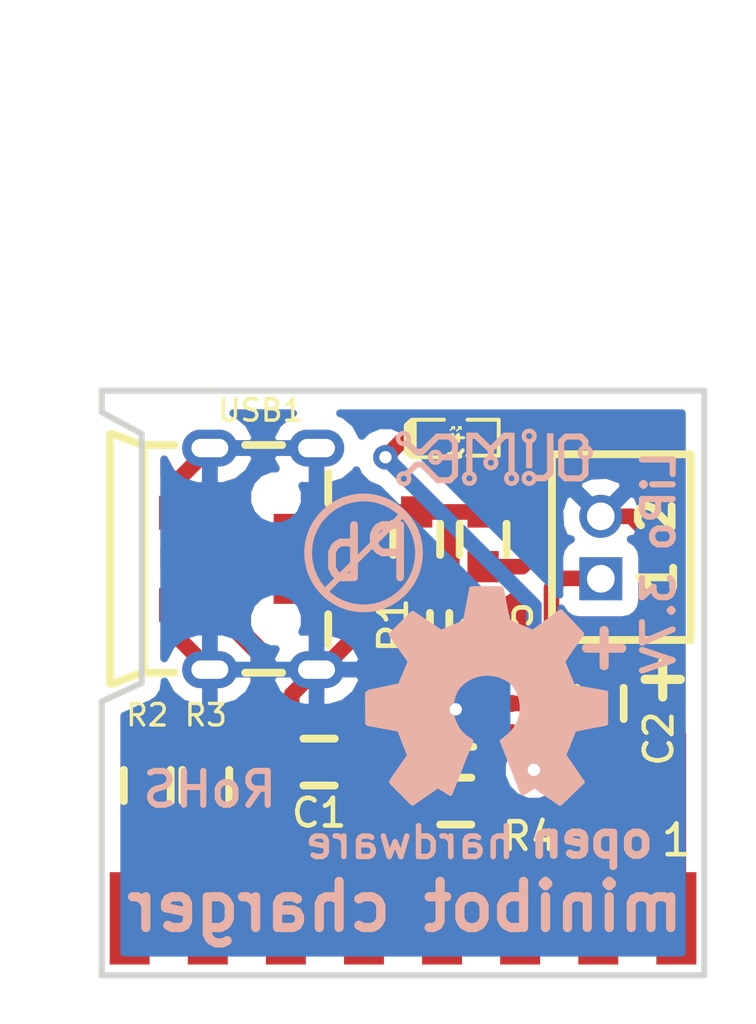
<source format=kicad_pcb>
(kicad_pcb (version 20171130) (host pcbnew 5.0.0-rc2-unknown-9302bbc~65~ubuntu18.04.1)

  (general
    (thickness 1.6)
    (drawings 13)
    (tracks 110)
    (zones 0)
    (modules 16)
    (nets 16)
  )

  (page A4)
  (layers
    (0 F.Cu signal)
    (31 B.Cu signal)
    (32 B.Adhes user)
    (33 F.Adhes user)
    (34 B.Paste user)
    (35 F.Paste user)
    (36 B.SilkS user)
    (37 F.SilkS user)
    (38 B.Mask user)
    (39 F.Mask user)
    (40 Dwgs.User user)
    (41 Cmts.User user)
    (42 Eco1.User user)
    (43 Eco2.User user)
    (44 Edge.Cuts user)
    (45 Margin user)
    (46 B.CrtYd user)
    (47 F.CrtYd user hide)
    (48 B.Fab user)
    (49 F.Fab user hide)
  )

  (setup
    (last_trace_width 0.508)
    (user_trace_width 0.254)
    (user_trace_width 0.508)
    (user_trace_width 1.016)
    (trace_clearance 0.2)
    (zone_clearance 0.508)
    (zone_45_only no)
    (trace_min 0.2)
    (segment_width 0.2)
    (edge_width 0.2)
    (via_size 0.8)
    (via_drill 0.4)
    (via_min_size 0.4)
    (via_min_drill 0.3)
    (uvia_size 0.3)
    (uvia_drill 0.1)
    (uvias_allowed no)
    (uvia_min_size 0.2)
    (uvia_min_drill 0.1)
    (pcb_text_width 0.3)
    (pcb_text_size 1.5 1.5)
    (mod_edge_width 0.127)
    (mod_text_size 1 1)
    (mod_text_width 0.15)
    (pad_size 1.524 1.524)
    (pad_drill 0.762)
    (pad_to_mask_clearance 0.2)
    (aux_axis_origin 0 0)
    (grid_origin 55 35)
    (visible_elements FFFFFF7F)
    (pcbplotparams
      (layerselection 0x000f8_7ffffffe)
      (usegerberextensions false)
      (usegerberattributes false)
      (usegerberadvancedattributes false)
      (creategerberjobfile false)
      (excludeedgelayer false)
      (linewidth 0.100000)
      (plotframeref false)
      (viasonmask false)
      (mode 1)
      (useauxorigin false)
      (hpglpennumber 1)
      (hpglpenspeed 20)
      (hpglpendiameter 15.000000)
      (psnegative false)
      (psa4output false)
      (plotreference true)
      (plotvalue false)
      (plotinvisibletext false)
      (padsonsilk false)
      (subtractmaskfromsilk false)
      (outputformat 1)
      (mirror false)
      (drillshape 0)
      (scaleselection 1)
      (outputdirectory ""))
  )

  (net 0 "")
  (net 1 "Net-(BAT_CON1-Pad1)")
  (net 2 "Net-(C1-Pad1)")
  (net 3 "Net-(CON1-Pad2)")
  (net 4 "Net-(CON1-Pad3)")
  (net 5 "Net-(CON1-Pad4)")
  (net 6 "Net-(CON1-Pad5)")
  (net 7 "Net-(CON1-Pad7)")
  (net 8 "Net-(CON1-Pad8)")
  (net 9 "Net-(LED1-Pad2)")
  (net 10 "Net-(LED1-Pad1)")
  (net 11 "Net-(R4-Pad1)")
  (net 12 "Net-(USB1-Pad4)")
  (net 13 /D_N)
  (net 14 /D_P)
  (net 15 GND)

  (net_class Default "This is the default net class."
    (clearance 0.2)
    (trace_width 0.25)
    (via_dia 0.8)
    (via_drill 0.4)
    (uvia_dia 0.3)
    (uvia_drill 0.1)
    (add_net /D_N)
    (add_net /D_P)
    (add_net GND)
    (add_net "Net-(BAT_CON1-Pad1)")
    (add_net "Net-(C1-Pad1)")
    (add_net "Net-(CON1-Pad2)")
    (add_net "Net-(CON1-Pad3)")
    (add_net "Net-(CON1-Pad4)")
    (add_net "Net-(CON1-Pad5)")
    (add_net "Net-(CON1-Pad7)")
    (add_net "Net-(CON1-Pad8)")
    (add_net "Net-(LED1-Pad1)")
    (add_net "Net-(LED1-Pad2)")
    (add_net "Net-(R4-Pad1)")
    (add_net "Net-(USB1-Pad4)")
  )

  (module OLIMEX_Connectors-FP:SIP8_SMD (layer F.Cu) (tedit 5B220742) (tstamp 5B231ADA)
    (at 109.8005 66.75)
    (path /5AF3C71A)
    (fp_text reference CON1 (at 6.223 -2.794) (layer F.SilkS) hide
      (effects (font (size 1 1) (thickness 0.15)))
    )
    (fp_text value CON8 (at 0 2.54) (layer F.Fab)
      (effects (font (size 1 1) (thickness 0.15)))
    )
    (fp_text user 1 (at 8.89 -2.54) (layer F.SilkS)
      (effects (font (size 1 1) (thickness 0.15)))
    )
    (pad 1 smd rect (at 8.89 0) (size 1.3 3) (layers F.Cu F.Mask)
      (net 15 GND))
    (pad 2 smd rect (at 6.35 0) (size 1.3 3) (layers F.Cu F.Mask)
      (net 3 "Net-(CON1-Pad2)"))
    (pad 3 smd rect (at 3.81 0) (size 1.3 3) (layers F.Cu F.Mask)
      (net 4 "Net-(CON1-Pad3)"))
    (pad 4 smd rect (at 1.27 0) (size 1.3 3) (layers F.Cu F.Mask)
      (net 5 "Net-(CON1-Pad4)"))
    (pad 5 smd rect (at -1.27 0) (size 1.3 3) (layers F.Cu F.Mask)
      (net 6 "Net-(CON1-Pad5)"))
    (pad 6 smd rect (at -3.81 0) (size 1.3 3) (layers F.Cu F.Mask)
      (net 2 "Net-(C1-Pad1)"))
    (pad 7 smd rect (at -6.35 0) (size 1.3 3) (layers F.Cu F.Mask)
      (net 7 "Net-(CON1-Pad7)"))
    (pad 8 smd rect (at -8.89 0) (size 1.3 3) (layers F.Cu F.Mask)
      (net 8 "Net-(CON1-Pad8)"))
  )

  (module OLIMEX_Connectors-FP:LIPO_BAT_VERTICAL_DW02S (layer F.Cu) (tedit 5B22069B) (tstamp 5B231AA4)
    (at 119.77 54.685 90)
    (path /5AF6AF57)
    (attr smd)
    (fp_text reference BAT_CON1 (at -0.9144 -6.0833 90) (layer F.SilkS) hide
      (effects (font (size 1.1 1.1) (thickness 0.254)))
    )
    (fp_text value BAT_CON (at 0.4445 0.5588 90) (layer F.Fab)
      (effects (font (size 1.1 1.1) (thickness 0.254)))
    )
    (fp_text user 2 (at 1.02108 -1.72974 90) (layer F.SilkS)
      (effects (font (size 1.1 1.1) (thickness 0.254)))
    )
    (fp_text user 1 (at -0.98298 -1.67894 90) (layer F.SilkS)
      (effects (font (size 1.1 1.1) (thickness 0.254)))
    )
    (fp_line (start -3.03022 -0.6096) (end 3.01752 -0.6096) (layer F.SilkS) (width 0.254))
    (fp_line (start 3.01752 -0.6096) (end 3.01752 -5.12572) (layer F.SilkS) (width 0.254))
    (fp_line (start 3.01752 -5.12572) (end -3.01752 -5.12572) (layer F.SilkS) (width 0.254))
    (fp_line (start -3.01752 -5.12572) (end -3.01752 -0.63246) (layer F.SilkS) (width 0.254))
    (pad 1 thru_hole rect (at -1.0287 -3.53568 90) (size 1.4 1.4) (drill 0.9) (layers *.Cu *.Mask)
      (net 1 "Net-(BAT_CON1-Pad1)"))
    (pad 2 thru_hole circle (at 1.00076 -3.53822 90) (size 1.4 1.4) (drill 0.9) (layers *.Cu *.Mask)
      (net 15 GND))
  )

  (module OLIMEX_RLC-FP:C_0603_5MIL_DWS (layer F.Cu) (tedit 5943B5DA) (tstamp 5B231AB7)
    (at 107.07 61.67 180)
    (descr "Resistor SMD 0603, reflow soldering, Vishay (see dcrcw.pdf)")
    (tags "resistor 0603")
    (path /5B216D70)
    (attr smd)
    (fp_text reference C1 (at 0 -1.651 180) (layer F.SilkS)
      (effects (font (size 0.9 0.9) (thickness 0.15)))
    )
    (fp_text value 2.2uF/6.3V (at 0.127 1.778 180) (layer F.Fab)
      (effects (font (size 1.27 1.27) (thickness 0.254)))
    )
    (fp_line (start 0.762 -0.381) (end 0 -0.381) (layer F.Fab) (width 0.15))
    (fp_line (start 0.762 0.381) (end 0.762 -0.381) (layer F.Fab) (width 0.15))
    (fp_line (start -0.762 0.381) (end 0.762 0.381) (layer F.Fab) (width 0.15))
    (fp_line (start -0.762 -0.381) (end -0.762 0.381) (layer F.Fab) (width 0.15))
    (fp_line (start 0 -0.381) (end -0.762 -0.381) (layer F.Fab) (width 0.15))
    (fp_line (start 0.508 -0.762) (end 1.651 -0.762) (layer F.CrtYd) (width 0.254))
    (fp_line (start 1.651 -0.762) (end 1.651 0.762) (layer F.CrtYd) (width 0.254))
    (fp_line (start 1.651 0.762) (end 0.508 0.762) (layer F.CrtYd) (width 0.254))
    (fp_line (start -0.508 -0.762) (end -1.651 -0.762) (layer F.CrtYd) (width 0.254))
    (fp_line (start -1.651 -0.762) (end -1.651 0.762) (layer F.CrtYd) (width 0.254))
    (fp_line (start -1.651 0.762) (end -0.508 0.762) (layer F.CrtYd) (width 0.254))
    (fp_line (start -0.508 0.762) (end 0.508 0.762) (layer F.SilkS) (width 0.254))
    (fp_line (start -0.508 -0.762) (end 0.508 -0.762) (layer F.SilkS) (width 0.254))
    (pad 1 smd rect (at -0.889 0 180) (size 1.016 1.016) (layers F.Cu F.Paste F.Mask)
      (net 2 "Net-(C1-Pad1)") (solder_mask_margin 0.0508) (clearance 0.0508))
    (pad 2 smd rect (at 0.889 0 180) (size 1.016 1.016) (layers F.Cu F.Paste F.Mask)
      (net 15 GND) (solder_mask_margin 0.0508) (clearance 0.0508))
    (model Resistors_SMD/R_0603.wrl
      (at (xyz 0 0 0))
      (scale (xyz 1 1 1))
      (rotate (xyz 0 0 0))
    )
  )

  (module OLIMEX_RLC-FP:C_0603_5MIL_DWS (layer F.Cu) (tedit 5943B5DA) (tstamp 5B231ACA)
    (at 116.214 59.765 270)
    (descr "Resistor SMD 0603, reflow soldering, Vishay (see dcrcw.pdf)")
    (tags "resistor 0603")
    (path /5B2205D6)
    (attr smd)
    (fp_text reference C2 (at 1.143 -1.905 270) (layer F.SilkS)
      (effects (font (size 0.9 0.9) (thickness 0.15)))
    )
    (fp_text value 2.2uF/6.3V (at 0.127 1.778 270) (layer F.Fab)
      (effects (font (size 1.27 1.27) (thickness 0.254)))
    )
    (fp_line (start -0.508 -0.762) (end 0.508 -0.762) (layer F.SilkS) (width 0.254))
    (fp_line (start -0.508 0.762) (end 0.508 0.762) (layer F.SilkS) (width 0.254))
    (fp_line (start -1.651 0.762) (end -0.508 0.762) (layer F.CrtYd) (width 0.254))
    (fp_line (start -1.651 -0.762) (end -1.651 0.762) (layer F.CrtYd) (width 0.254))
    (fp_line (start -0.508 -0.762) (end -1.651 -0.762) (layer F.CrtYd) (width 0.254))
    (fp_line (start 1.651 0.762) (end 0.508 0.762) (layer F.CrtYd) (width 0.254))
    (fp_line (start 1.651 -0.762) (end 1.651 0.762) (layer F.CrtYd) (width 0.254))
    (fp_line (start 0.508 -0.762) (end 1.651 -0.762) (layer F.CrtYd) (width 0.254))
    (fp_line (start 0 -0.381) (end -0.762 -0.381) (layer F.Fab) (width 0.15))
    (fp_line (start -0.762 -0.381) (end -0.762 0.381) (layer F.Fab) (width 0.15))
    (fp_line (start -0.762 0.381) (end 0.762 0.381) (layer F.Fab) (width 0.15))
    (fp_line (start 0.762 0.381) (end 0.762 -0.381) (layer F.Fab) (width 0.15))
    (fp_line (start 0.762 -0.381) (end 0 -0.381) (layer F.Fab) (width 0.15))
    (pad 2 smd rect (at 0.889 0 270) (size 1.016 1.016) (layers F.Cu F.Paste F.Mask)
      (net 15 GND) (solder_mask_margin 0.0508) (clearance 0.0508))
    (pad 1 smd rect (at -0.889 0 270) (size 1.016 1.016) (layers F.Cu F.Paste F.Mask)
      (net 1 "Net-(BAT_CON1-Pad1)") (solder_mask_margin 0.0508) (clearance 0.0508))
    (model Resistors_SMD/R_0603.wrl
      (at (xyz 0 0 0))
      (scale (xyz 1 1 1))
      (rotate (xyz 0 0 0))
    )
  )

  (module OLIMEX_LEDs-FP:LED_0603_KA (layer F.Cu) (tedit 5B2206AF) (tstamp 5B231AFA)
    (at 111.515 51.129)
    (descr CCCCC)
    (tags "resistor 0603")
    (path /5AF78F8C)
    (attr smd)
    (fp_text reference LED1 (at 0 -1.905) (layer F.SilkS) hide
      (effects (font (size 1.27 1.27) (thickness 0.254)))
    )
    (fp_text value LED_Small (at 0 2.54) (layer F.Fab)
      (effects (font (size 1.27 1.27) (thickness 0.254)))
    )
    (fp_line (start -1.397 -0.4826) (end -1.397 0.5588) (layer F.SilkS) (width 0.254))
    (fp_line (start -1.5621 0.4445) (end -1.5621 -0.381) (layer F.SilkS) (width 0.254))
    (fp_line (start -1.4097 -0.5207) (end -1.5494 -0.3937) (layer F.SilkS) (width 0.254))
    (fp_line (start -1.4097 0.5715) (end -1.5621 0.4445) (layer F.SilkS) (width 0.254))
    (fp_line (start -0.0508 0.4064) (end -0.2286 0.635) (layer F.SilkS) (width 0.127))
    (fp_line (start -0.2286 0.635) (end -0.127 0.6096) (layer F.SilkS) (width 0.127))
    (fp_line (start -0.2286 0.635) (end -0.2286 0.5334) (layer F.SilkS) (width 0.127))
    (fp_line (start 0.0292 -0.2246) (end 0.1592 -0.3346) (layer F.SilkS) (width 0.05))
    (fp_line (start 0.1692 -0.3546) (end 0.0892 -0.3446) (layer F.SilkS) (width 0.05))
    (fp_line (start 0.1692 -0.3546) (end 0.1692 -0.2746) (layer F.SilkS) (width 0.05))
    (fp_line (start -0.0462 -0.3546) (end -0.0462 -0.2746) (layer F.SilkS) (width 0.05))
    (fp_line (start -0.0462 -0.3546) (end -0.1262 -0.3446) (layer F.SilkS) (width 0.05))
    (fp_line (start -0.1778 -0.2456) (end -0.0478 -0.3556) (layer F.SilkS) (width 0.05))
    (fp_line (start -0.1 0.11) (end -0.1 -0.11) (layer F.SilkS) (width 0.1))
    (fp_line (start 0.09 -0.11) (end -0.01 -0.01) (layer F.SilkS) (width 0.1))
    (fp_line (start 0.09 0.11) (end -0.02 0.01) (layer F.SilkS) (width 0.1))
    (fp_line (start 0.09 0.11) (end 0.09 -0.11) (layer F.SilkS) (width 0.1))
    (fp_line (start 0.26 0) (end -0.26 0) (layer F.SilkS) (width 0.1))
    (fp_line (start -0.381 0.635) (end -1.397 0.635) (layer F.SilkS) (width 0.127))
    (fp_line (start -1.397 -0.5842) (end -0.381 -0.5842) (layer F.SilkS) (width 0.127))
    (fp_line (start 1.397 0.5842) (end 1.397 -0.5842) (layer F.SilkS) (width 0.127))
    (fp_line (start 1.397 -0.5842) (end 0.381 -0.5842) (layer F.SilkS) (width 0.127))
    (fp_line (start 1.397 0.5842) (end 0.381 0.5842) (layer F.SilkS) (width 0.127))
    (fp_line (start 0.0508 0.635) (end 0.0508 0.5334) (layer F.SilkS) (width 0.127))
    (fp_line (start 0.0508 0.635) (end 0.1524 0.6096) (layer F.SilkS) (width 0.127))
    (fp_line (start 0.2286 0.4064) (end 0.0508 0.635) (layer F.SilkS) (width 0.127))
    (pad 2 smd rect (at 0.762 0 180) (size 0.8 0.8) (layers F.Cu F.Paste F.Mask)
      (net 9 "Net-(LED1-Pad2)") (solder_mask_margin 0.0508))
    (pad 1 smd rect (at -0.762 0 180) (size 0.8 0.8) (layers F.Cu F.Paste F.Mask)
      (net 10 "Net-(LED1-Pad1)") (solder_mask_margin 0.0508))
    (model Resistors_SMD/R_0603.wrl
      (at (xyz 0 0 0))
      (scale (xyz 1 1 1))
      (rotate (xyz 0 0 0))
    )
  )

  (module OLIMEX_RLC-FP:R_0603_5MIL_DWS (layer F.Cu) (tedit 5943B69D) (tstamp 5B231B0D)
    (at 110.245 54.431 270)
    (descr "Resistor SMD 0603, reflow soldering, Vishay (see dcrcw.pdf)")
    (tags "resistor 0603")
    (path /5AF22EBE)
    (attr smd)
    (fp_text reference R1 (at 2.794 0.762 270) (layer F.SilkS)
      (effects (font (size 0.9 0.9) (thickness 0.15)))
    )
    (fp_text value 1.5K (at 0.127 1.778 270) (layer F.Fab)
      (effects (font (size 1.27 1.27) (thickness 0.254)))
    )
    (fp_line (start 0.762 -0.381) (end 0 -0.381) (layer F.Fab) (width 0.127))
    (fp_line (start 0.762 0.381) (end 0.762 -0.381) (layer F.Fab) (width 0.127))
    (fp_line (start -0.762 0.381) (end 0.762 0.381) (layer F.Fab) (width 0.127))
    (fp_line (start -0.762 -0.381) (end -0.762 0.381) (layer F.Fab) (width 0.127))
    (fp_line (start 0 -0.381) (end -0.762 -0.381) (layer F.Fab) (width 0.127))
    (fp_line (start 0.508 -0.762) (end 1.651 -0.762) (layer F.CrtYd) (width 0.254))
    (fp_line (start 1.651 -0.762) (end 1.651 0.762) (layer F.CrtYd) (width 0.254))
    (fp_line (start 1.651 0.762) (end 0.508 0.762) (layer F.CrtYd) (width 0.254))
    (fp_line (start -0.508 -0.762) (end -1.651 -0.762) (layer F.CrtYd) (width 0.254))
    (fp_line (start -1.651 -0.762) (end -1.651 0.762) (layer F.CrtYd) (width 0.254))
    (fp_line (start -1.651 0.762) (end -0.508 0.762) (layer F.CrtYd) (width 0.254))
    (fp_line (start -0.508 0.762) (end 0.508 0.762) (layer F.SilkS) (width 0.254))
    (fp_line (start -0.508 -0.762) (end 0.508 -0.762) (layer F.SilkS) (width 0.254))
    (pad 1 smd rect (at -0.889 0 270) (size 1.016 1.016) (layers F.Cu F.Paste F.Mask)
      (net 2 "Net-(C1-Pad1)") (solder_mask_margin 0.0508))
    (pad 2 smd rect (at 0.889 0 270) (size 1.016 1.016) (layers F.Cu F.Paste F.Mask)
      (net 13 /D_N) (solder_mask_margin 0.0508))
    (model Resistors_SMD/R_0603.wrl
      (at (xyz 0 0 0))
      (scale (xyz 1 1 1))
      (rotate (xyz 0 0 0))
    )
  )

  (module OLIMEX_RLC-FP:R_0603_5MIL_DWS (layer F.Cu) (tedit 5B220662) (tstamp 5B231B20)
    (at 101.482 62.432 90)
    (descr "Resistor SMD 0603, reflow soldering, Vishay (see dcrcw.pdf)")
    (tags "resistor 0603")
    (path /5AF0CBDA)
    (attr smd)
    (fp_text reference R2 (at 2.286 0 180) (layer F.SilkS)
      (effects (font (size 0.7 0.7) (thickness 0.11)))
    )
    (fp_text value 22R (at 0.127 1.778 90) (layer F.Fab)
      (effects (font (size 1.27 1.27) (thickness 0.254)))
    )
    (fp_line (start -0.508 -0.762) (end 0.508 -0.762) (layer F.SilkS) (width 0.254))
    (fp_line (start -0.508 0.762) (end 0.508 0.762) (layer F.SilkS) (width 0.254))
    (fp_line (start -1.651 0.762) (end -0.508 0.762) (layer F.CrtYd) (width 0.254))
    (fp_line (start -1.651 -0.762) (end -1.651 0.762) (layer F.CrtYd) (width 0.254))
    (fp_line (start -0.508 -0.762) (end -1.651 -0.762) (layer F.CrtYd) (width 0.254))
    (fp_line (start 1.651 0.762) (end 0.508 0.762) (layer F.CrtYd) (width 0.254))
    (fp_line (start 1.651 -0.762) (end 1.651 0.762) (layer F.CrtYd) (width 0.254))
    (fp_line (start 0.508 -0.762) (end 1.651 -0.762) (layer F.CrtYd) (width 0.254))
    (fp_line (start 0 -0.381) (end -0.762 -0.381) (layer F.Fab) (width 0.127))
    (fp_line (start -0.762 -0.381) (end -0.762 0.381) (layer F.Fab) (width 0.127))
    (fp_line (start -0.762 0.381) (end 0.762 0.381) (layer F.Fab) (width 0.127))
    (fp_line (start 0.762 0.381) (end 0.762 -0.381) (layer F.Fab) (width 0.127))
    (fp_line (start 0.762 -0.381) (end 0 -0.381) (layer F.Fab) (width 0.127))
    (pad 2 smd rect (at 0.889 0 90) (size 1.016 1.016) (layers F.Cu F.Paste F.Mask)
      (net 13 /D_N) (solder_mask_margin 0.0508))
    (pad 1 smd rect (at -0.889 0 90) (size 1.016 1.016) (layers F.Cu F.Paste F.Mask)
      (net 8 "Net-(CON1-Pad8)") (solder_mask_margin 0.0508))
    (model Resistors_SMD/R_0603.wrl
      (at (xyz 0 0 0))
      (scale (xyz 1 1 1))
      (rotate (xyz 0 0 0))
    )
  )

  (module OLIMEX_RLC-FP:R_0603_5MIL_DWS (layer F.Cu) (tedit 5B220676) (tstamp 5B231B33)
    (at 103.387 62.432 90)
    (descr "Resistor SMD 0603, reflow soldering, Vishay (see dcrcw.pdf)")
    (tags "resistor 0603")
    (path /5AF0CB59)
    (attr smd)
    (fp_text reference R3 (at 2.286 0 180) (layer F.SilkS)
      (effects (font (size 0.7 0.7) (thickness 0.11)))
    )
    (fp_text value 22R (at 0.127 1.778 90) (layer F.Fab)
      (effects (font (size 1.27 1.27) (thickness 0.254)))
    )
    (fp_line (start 0.762 -0.381) (end 0 -0.381) (layer F.Fab) (width 0.127))
    (fp_line (start 0.762 0.381) (end 0.762 -0.381) (layer F.Fab) (width 0.127))
    (fp_line (start -0.762 0.381) (end 0.762 0.381) (layer F.Fab) (width 0.127))
    (fp_line (start -0.762 -0.381) (end -0.762 0.381) (layer F.Fab) (width 0.127))
    (fp_line (start 0 -0.381) (end -0.762 -0.381) (layer F.Fab) (width 0.127))
    (fp_line (start 0.508 -0.762) (end 1.651 -0.762) (layer F.CrtYd) (width 0.254))
    (fp_line (start 1.651 -0.762) (end 1.651 0.762) (layer F.CrtYd) (width 0.254))
    (fp_line (start 1.651 0.762) (end 0.508 0.762) (layer F.CrtYd) (width 0.254))
    (fp_line (start -0.508 -0.762) (end -1.651 -0.762) (layer F.CrtYd) (width 0.254))
    (fp_line (start -1.651 -0.762) (end -1.651 0.762) (layer F.CrtYd) (width 0.254))
    (fp_line (start -1.651 0.762) (end -0.508 0.762) (layer F.CrtYd) (width 0.254))
    (fp_line (start -0.508 0.762) (end 0.508 0.762) (layer F.SilkS) (width 0.254))
    (fp_line (start -0.508 -0.762) (end 0.508 -0.762) (layer F.SilkS) (width 0.254))
    (pad 1 smd rect (at -0.889 0 90) (size 1.016 1.016) (layers F.Cu F.Paste F.Mask)
      (net 7 "Net-(CON1-Pad7)") (solder_mask_margin 0.0508))
    (pad 2 smd rect (at 0.889 0 90) (size 1.016 1.016) (layers F.Cu F.Paste F.Mask)
      (net 14 /D_P) (solder_mask_margin 0.0508))
    (model Resistors_SMD/R_0603.wrl
      (at (xyz 0 0 0))
      (scale (xyz 1 1 1))
      (rotate (xyz 0 0 0))
    )
  )

  (module OLIMEX_RLC-FP:R_0603_5MIL_DWS (layer F.Cu) (tedit 5943B69D) (tstamp 5B231B46)
    (at 111.515 62.94)
    (descr "Resistor SMD 0603, reflow soldering, Vishay (see dcrcw.pdf)")
    (tags "resistor 0603")
    (path /5AF1E47D)
    (attr smd)
    (fp_text reference R4 (at 2.413 1.143) (layer F.SilkS)
      (effects (font (size 0.9 0.9) (thickness 0.15)))
    )
    (fp_text value 13K_1% (at 0.127 1.778) (layer F.Fab)
      (effects (font (size 1.27 1.27) (thickness 0.254)))
    )
    (fp_line (start 0.762 -0.381) (end 0 -0.381) (layer F.Fab) (width 0.127))
    (fp_line (start 0.762 0.381) (end 0.762 -0.381) (layer F.Fab) (width 0.127))
    (fp_line (start -0.762 0.381) (end 0.762 0.381) (layer F.Fab) (width 0.127))
    (fp_line (start -0.762 -0.381) (end -0.762 0.381) (layer F.Fab) (width 0.127))
    (fp_line (start 0 -0.381) (end -0.762 -0.381) (layer F.Fab) (width 0.127))
    (fp_line (start 0.508 -0.762) (end 1.651 -0.762) (layer F.CrtYd) (width 0.254))
    (fp_line (start 1.651 -0.762) (end 1.651 0.762) (layer F.CrtYd) (width 0.254))
    (fp_line (start 1.651 0.762) (end 0.508 0.762) (layer F.CrtYd) (width 0.254))
    (fp_line (start -0.508 -0.762) (end -1.651 -0.762) (layer F.CrtYd) (width 0.254))
    (fp_line (start -1.651 -0.762) (end -1.651 0.762) (layer F.CrtYd) (width 0.254))
    (fp_line (start -1.651 0.762) (end -0.508 0.762) (layer F.CrtYd) (width 0.254))
    (fp_line (start -0.508 0.762) (end 0.508 0.762) (layer F.SilkS) (width 0.254))
    (fp_line (start -0.508 -0.762) (end 0.508 -0.762) (layer F.SilkS) (width 0.254))
    (pad 1 smd rect (at -0.889 0) (size 1.016 1.016) (layers F.Cu F.Paste F.Mask)
      (net 11 "Net-(R4-Pad1)") (solder_mask_margin 0.0508))
    (pad 2 smd rect (at 0.889 0) (size 1.016 1.016) (layers F.Cu F.Paste F.Mask)
      (net 15 GND) (solder_mask_margin 0.0508))
    (model Resistors_SMD/R_0603.wrl
      (at (xyz 0 0 0))
      (scale (xyz 1 1 1))
      (rotate (xyz 0 0 0))
    )
  )

  (module OLIMEX_RLC-FP:R_0603_5MIL_DWS (layer F.Cu) (tedit 5943B69D) (tstamp 5B231B59)
    (at 112.404 54.431 270)
    (descr "Resistor SMD 0603, reflow soldering, Vishay (see dcrcw.pdf)")
    (tags "resistor 0603")
    (path /5AF78F86)
    (attr smd)
    (fp_text reference R5 (at 2.921 -1.143 270) (layer F.SilkS)
      (effects (font (size 0.9 0.9) (thickness 0.15)))
    )
    (fp_text value 10K (at 0.127 1.778 270) (layer F.Fab)
      (effects (font (size 1.27 1.27) (thickness 0.254)))
    )
    (fp_line (start -0.508 -0.762) (end 0.508 -0.762) (layer F.SilkS) (width 0.254))
    (fp_line (start -0.508 0.762) (end 0.508 0.762) (layer F.SilkS) (width 0.254))
    (fp_line (start -1.651 0.762) (end -0.508 0.762) (layer F.CrtYd) (width 0.254))
    (fp_line (start -1.651 -0.762) (end -1.651 0.762) (layer F.CrtYd) (width 0.254))
    (fp_line (start -0.508 -0.762) (end -1.651 -0.762) (layer F.CrtYd) (width 0.254))
    (fp_line (start 1.651 0.762) (end 0.508 0.762) (layer F.CrtYd) (width 0.254))
    (fp_line (start 1.651 -0.762) (end 1.651 0.762) (layer F.CrtYd) (width 0.254))
    (fp_line (start 0.508 -0.762) (end 1.651 -0.762) (layer F.CrtYd) (width 0.254))
    (fp_line (start 0 -0.381) (end -0.762 -0.381) (layer F.Fab) (width 0.127))
    (fp_line (start -0.762 -0.381) (end -0.762 0.381) (layer F.Fab) (width 0.127))
    (fp_line (start -0.762 0.381) (end 0.762 0.381) (layer F.Fab) (width 0.127))
    (fp_line (start 0.762 0.381) (end 0.762 -0.381) (layer F.Fab) (width 0.127))
    (fp_line (start 0.762 -0.381) (end 0 -0.381) (layer F.Fab) (width 0.127))
    (pad 2 smd rect (at 0.889 0 270) (size 1.016 1.016) (layers F.Cu F.Paste F.Mask)
      (net 9 "Net-(LED1-Pad2)") (solder_mask_margin 0.0508))
    (pad 1 smd rect (at -0.889 0 270) (size 1.016 1.016) (layers F.Cu F.Paste F.Mask)
      (net 2 "Net-(C1-Pad1)") (solder_mask_margin 0.0508))
    (model Resistors_SMD/R_0603.wrl
      (at (xyz 0 0 0))
      (scale (xyz 1 1 1))
      (rotate (xyz 0 0 0))
    )
  )

  (module OLIMEX_IC-FP:SOT-23-5 (layer F.Cu) (tedit 5A21091E) (tstamp 5B231B66)
    (at 111.515 59.765)
    (path /5AF197D4)
    (attr smd)
    (fp_text reference U1 (at 0 -2.3368) (layer F.SilkS)
      (effects (font (size 1.1 1.1) (thickness 0.254)))
    )
    (fp_text value "BL4054B-42TPRN(SOT23-5)" (at -0.01524 3.01244) (layer F.Fab)
      (effects (font (size 1.1 1.1) (thickness 0.254)))
    )
    (fp_line (start -0.5588 1.4097) (end 0.5715 1.4097) (layer F.SilkS) (width 0.254))
    (fp_line (start -0.5588 -1.397) (end 0.5715 -1.397) (layer F.SilkS) (width 0.254))
    (fp_line (start -0.80264 -1.40208) (end -0.79502 1.40208) (layer Dwgs.User) (width 0.15))
    (fp_line (start 0.80518 1.40208) (end 0.79756 -1.4097) (layer Dwgs.User) (width 0.15))
    (pad 4 smd rect (at -1.3 -0.95) (size 1.2 0.55) (layers F.Cu F.Paste F.Mask)
      (net 2 "Net-(C1-Pad1)") (solder_mask_margin 0.0508) (clearance 0.0508))
    (pad 5 smd rect (at -1.3 0.95) (size 1.2 0.55) (layers F.Cu F.Paste F.Mask)
      (net 11 "Net-(R4-Pad1)") (solder_mask_margin 0.0508) (clearance 0.0508))
    (pad 3 smd rect (at 1.3 -0.95) (size 1.2 0.55) (layers F.Cu F.Paste F.Mask)
      (net 1 "Net-(BAT_CON1-Pad1)") (solder_mask_margin 0.0508) (clearance 0.0508))
    (pad 2 smd rect (at 1.3 0) (size 1.2 0.55) (layers F.Cu F.Paste F.Mask)
      (net 15 GND) (solder_mask_margin 0.0508) (clearance 0.0508))
    (pad 1 smd rect (at 1.3 0.95) (size 1.2 0.55) (layers F.Cu F.Paste F.Mask)
      (net 10 "Net-(LED1-Pad1)") (solder_mask_margin 0.0508) (clearance 0.0508))
  )

  (module OLIMEX_Connectors-FP:USB-MICRO_MISB-SWMM-5B_LF (layer F.Cu) (tedit 5B220646) (tstamp 5B231B92)
    (at 103.768 55.066 180)
    (path /5AF0A19F)
    (attr smd)
    (fp_text reference USB1 (at -1.397 4.826 180) (layer F.SilkS)
      (effects (font (size 0.7 0.7) (thickness 0.11)))
    )
    (fp_text value USB-uicro (at 0 6.75 180) (layer F.Fab)
      (effects (font (size 1.27 1.27) (thickness 0.254)))
    )
    (fp_line (start 4 6.5) (end 4 -6.5) (layer F.Adhes) (width 0.15))
    (fp_line (start 4 -6.5) (end 7 -6.5) (layer F.Adhes) (width 0.15))
    (fp_line (start 7 -6.5) (end 7 6.5) (layer F.Adhes) (width 0.15))
    (fp_line (start 7 6.5) (end 4 6.5) (layer F.Adhes) (width 0.15))
    (fp_line (start 2.4 -3.7) (end 2.4 3.7) (layer F.SilkS) (width 0.254))
    (fp_line (start -2.1 3.7) (end -0.9 3.7) (layer F.SilkS) (width 0.254))
    (fp_line (start -3.6 1.8) (end -3.6 2.8) (layer F.SilkS) (width 0.254))
    (fp_line (start -3.6 -2.8) (end -3.6 -1.8) (layer F.SilkS) (width 0.254))
    (fp_line (start 1.4 -3.7) (end 2.4 -3.7) (layer F.SilkS) (width 0.254))
    (fp_line (start 3.5 -4.064) (end 3.5 4.064) (layer F.SilkS) (width 0.254))
    (fp_line (start 2.4 3.7) (end 1.4 3.7) (layer F.SilkS) (width 0.254))
    (fp_line (start -2.1 -3.7) (end -0.9 -3.7) (layer F.SilkS) (width 0.254))
    (fp_text user GND (at -0.9 -1.6 180) (layer F.Fab)
      (effects (font (size 0.508 0.508) (thickness 0.127)))
    )
    (fp_text user ID (at -1.25 -0.75 180) (layer F.Fab)
      (effects (font (size 0.508 0.508) (thickness 0.127)))
    )
    (fp_text user D+ (at -1 0 180) (layer F.Fab)
      (effects (font (size 0.508 0.508) (thickness 0.127)))
    )
    (fp_text user D- (at -1 0.75 180) (layer F.Fab)
      (effects (font (size 0.508 0.508) (thickness 0.127)))
    )
    (fp_text user VBUS (at -0.5 1.5 180) (layer F.Fab)
      (effects (font (size 0.508 0.508) (thickness 0.127)))
    )
    (fp_line (start 3.5 -3.7) (end -3.6 3.7) (layer F.Fab) (width 0.127))
    (fp_line (start 3.5 3.7) (end -3.6 -3.7) (layer F.Fab) (width 0.127))
    (fp_line (start -3.62 3.7) (end -3.62 -3.7) (layer F.Fab) (width 0.15))
    (fp_line (start -3.62 -3.7) (end 3.5 -3.7) (layer F.Fab) (width 0.15))
    (fp_line (start 3.5 -3.7) (end 3.5 3.7) (layer F.Fab) (width 0.15))
    (fp_line (start 3.5 3.7) (end -3.62 3.7) (layer F.Fab) (width 0.15))
    (fp_text user "pcb edge" (at 2.1 0 270) (layer F.Fab)
      (effects (font (size 0.3 0.3) (thickness 0.075)))
    )
    (fp_line (start 2.4 3.7) (end 2.4 -3.7) (layer F.Fab) (width 0.15))
    (fp_line (start 3.429 -4.064) (end 2.413 -3.683) (layer F.SilkS) (width 0.254))
    (fp_line (start 3.429 4.064) (end 2.413 3.683) (layer F.SilkS) (width 0.254))
    (pad 1 smd rect (at -2.9 1.3 270) (size 0.325 2.15) (layers F.Cu F.Paste F.Mask)
      (net 2 "Net-(C1-Pad1)") (solder_mask_margin 0.05))
    (pad 2 smd rect (at -2.9 0.65 270) (size 0.325 2.15) (layers F.Cu F.Paste F.Mask)
      (net 13 /D_N) (solder_mask_margin 0.05))
    (pad 3 smd rect (at -2.9 0 270) (size 0.325 2.15) (layers F.Cu F.Paste F.Mask)
      (net 14 /D_P) (solder_mask_margin 0.05))
    (pad 4 smd rect (at -2.9 -0.65 270) (size 0.325 2.15) (layers F.Cu F.Paste F.Mask)
      (net 12 "Net-(USB1-Pad4)") (solder_mask_margin 0.05))
    (pad 5 smd rect (at -2.9 -1.3 270) (size 0.325 2.15) (layers F.Cu F.Paste F.Mask)
      (net 15 GND) (solder_mask_margin 0.05))
    (pad "" np_thru_hole circle (at -1.9 2 270) (size 0.6 0.6) (drill 0.6) (layers *.Cu *.Mask)
      (solder_mask_margin 0.05))
    (pad "" np_thru_hole circle (at -1.9 -2 270) (size 0.6 0.6) (drill 0.6) (layers *.Cu *.Mask)
      (solder_mask_margin 0.05))
    (pad 0 smd rect (at 1.4 1.5 270) (size 1.1 1) (layers F.Cu F.Paste F.Mask)
      (net 15 GND) (solder_mask_margin 0.05))
    (pad 0 smd rect (at 1.4 -1.5 270) (size 1.1 1) (layers F.Cu F.Paste F.Mask)
      (net 15 GND) (solder_mask_margin 0.05))
    (pad 0 thru_hole oval (at 0.25 3.6 270) (size 1.2 1.8) (drill oval 0.6 1.2) (layers *.Cu *.Mask)
      (net 15 GND))
    (pad 0 thru_hole oval (at -3.22 3.6 270) (size 1.2 1.8) (drill oval 0.6 1.2) (layers *.Cu *.Mask)
      (net 15 GND))
    (pad 0 thru_hole oval (at -3.22 -3.6 270) (size 1.2 1.8) (drill oval 0.6 1.2) (layers *.Cu *.Mask)
      (net 15 GND))
    (pad 0 thru_hole oval (at 0.25 -3.6 270) (size 1.2 1.8) (drill oval 0.6 1.2) (layers *.Cu *.Mask)
      (net 15 GND))
  )

  (module OLIMEX_LOGOs-FP:OLIMEX_LOGO_SMALL_TB (layer B.Cu) (tedit 5539E04C) (tstamp 5B235388)
    (at 112.785 51.764 180)
    (fp_text reference "" (at -1.2827 14.4145 180) (layer B.Fab)
      (effects (font (size 1.1 1.1) (thickness 0.254)) (justify mirror))
    )
    (fp_text value "" (at -0.0254 -13.4112 180) (layer B.Fab)
      (effects (font (size 1.1 1.1) (thickness 0.254)) (justify mirror))
    )
    (fp_circle (center -2.9464 0.1524) (end -2.8448 0.2921) (layer B.SilkS) (width 0.15))
    (fp_line (start -2.3114 0.6713) (end -2.159 0.5207) (layer B.SilkS) (width 0.2))
    (fp_line (start -2.159 0.4826) (end -2.159 -0.5207) (layer B.SilkS) (width 0.2))
    (fp_line (start -2.2987 -0.6858) (end -2.159 -0.5461) (layer B.SilkS) (width 0.2))
    (fp_line (start -2.9464 -0.0762) (end -2.9464 -0.5207) (layer B.SilkS) (width 0.2))
    (fp_line (start -1.8034 0.6731) (end -1.8034 -0.508) (layer B.SilkS) (width 0.2))
    (fp_line (start -1.8034 -0.508) (end -1.6256 -0.6731) (layer B.SilkS) (width 0.2))
    (fp_line (start -1.6256 -0.6731) (end -1.3462 -0.6731) (layer B.SilkS) (width 0.2))
    (fp_circle (center -1.1176 -0.6858) (end -1.016 -0.5461) (layer B.SilkS) (width 0.15))
    (fp_line (start -1.1176 0.4572) (end -1.1176 -0.254) (layer B.SilkS) (width 0.2))
    (fp_circle (center -1.1176 0.6858) (end -1.016 0.8255) (layer B.SilkS) (width 0.15))
    (fp_circle (center -0.5461 -0.6858) (end -0.4445 -0.5461) (layer B.SilkS) (width 0.15))
    (fp_line (start -0.5461 -0.4699) (end -0.5461 0.6985) (layer B.SilkS) (width 0.2))
    (fp_line (start -0.5461 0.6985) (end -0.3175 0.6985) (layer B.SilkS) (width 0.2))
    (fp_line (start -0.3175 0.6985) (end 0.127 0.254) (layer B.SilkS) (width 0.2))
    (fp_line (start 0.127 0.254) (end 0.127 0.0508) (layer B.SilkS) (width 0.2))
    (fp_line (start 0.127 0.2286) (end 0.6096 0.6985) (layer B.SilkS) (width 0.2))
    (fp_circle (center 0.127 -0.1778) (end 0.2286 -0.0381) (layer B.SilkS) (width 0.15))
    (fp_line (start 0.6096 0.6985) (end 0.8255 0.6985) (layer B.SilkS) (width 0.2))
    (fp_line (start 0.8255 0.6985) (end 0.8255 -0.4318) (layer B.SilkS) (width 0.2))
    (fp_circle (center 0.8255 -0.6858) (end 0.9271 -0.5461) (layer B.SilkS) (width 0.15))
    (fp_circle (center 2.9591 -0.6985) (end 3.0607 -0.5588) (layer B.SilkS) (width 0.15))
    (fp_line (start 2.8448 -0.5334) (end 2.5527 -0.2413) (layer B.SilkS) (width 0.2))
    (fp_line (start 2.5527 -0.2413) (end 2.3622 -0.2413) (layer B.SilkS) (width 0.2))
    (fp_line (start 2.3622 -0.2413) (end 1.8542 -0.7493) (layer B.SilkS) (width 0.2))
    (fp_line (start 1.8542 -0.7493) (end 1.4605 -0.7493) (layer B.SilkS) (width 0.2))
    (fp_line (start 1.4605 -0.7493) (end 1.2954 -0.5715) (layer B.SilkS) (width 0.2))
    (fp_line (start 1.2954 -0.5715) (end 1.2954 0) (layer B.SilkS) (width 0.2))
    (fp_line (start 1.2954 0.4953) (end 1.4732 0.6731) (layer B.SilkS) (width 0.2))
    (fp_line (start 1.2954 -0.0127) (end 1.2954 0.4953) (layer B.SilkS) (width 0.2))
    (fp_line (start 1.4732 0.6731) (end 1.8669 0.6731) (layer B.SilkS) (width 0.2))
    (fp_line (start 1.8669 0.6731) (end 2.3622 0.1778) (layer B.SilkS) (width 0.2))
    (fp_line (start 2.3622 0.1778) (end 2.5654 0.1778) (layer B.SilkS) (width 0.2))
    (fp_line (start 2.5654 0.1778) (end 2.8194 0.4318) (layer B.SilkS) (width 0.2))
    (fp_circle (center 2.9718 0.6096) (end 3.0734 0.7493) (layer B.SilkS) (width 0.15))
    (fp_line (start 1.7272 0) (end 1.2954 0) (layer B.SilkS) (width 0.2))
    (fp_circle (center 1.9304 0) (end 2.032 0.1397) (layer B.SilkS) (width 0.15))
    (fp_line (start -2.794 0.6731) (end -2.3114 0.6731) (layer B.SilkS) (width 0.2))
    (fp_line (start -2.9464 0.5207) (end -2.794 0.6731) (layer B.SilkS) (width 0.2))
    (fp_line (start -2.9464 0.3556) (end -2.9464 0.5207) (layer B.SilkS) (width 0.2))
    (fp_line (start -2.794 -0.6858) (end -2.9464 -0.5461) (layer B.SilkS) (width 0.2))
    (fp_line (start -2.2987 -0.6858) (end -2.794 -0.6858) (layer B.SilkS) (width 0.2))
    (fp_line (start -1.905 0.7747) (end -1.905 -0.5207) (layer B.SilkS) (width 0.01))
    (fp_line (start -1.8034 0.7747) (end -1.905 0.7747) (layer B.SilkS) (width 0.01))
    (fp_line (start -1.905 -0.5461) (end -1.6637 -0.7747) (layer B.SilkS) (width 0.01))
    (fp_line (start -1.905 -0.5334) (end -1.905 -0.5461) (layer B.SilkS) (width 0.01))
    (fp_line (start -1.905 -0.5207) (end -1.905 -0.5334) (layer B.SilkS) (width 0.01))
    (fp_line (start -1.8923 -0.5588) (end -1.905 -0.5334) (layer B.SilkS) (width 0.01))
    (fp_line (start -1.6637 -0.7747) (end -1.3462 -0.7747) (layer B.SilkS) (width 0.01))
    (fp_line (start -1.651 -0.7747) (end -1.6637 -0.762) (layer B.SilkS) (width 0.01))
    (fp_line (start -1.7018 0.7747) (end -1.7018 -0.4826) (layer B.SilkS) (width 0.01))
    (fp_line (start -1.8034 0.7747) (end -1.7018 0.7747) (layer B.SilkS) (width 0.01))
    (fp_line (start -1.87706 0.74422) (end -1.8288 0.74422) (layer B.SilkS) (width 0.0625))
    (fp_line (start -1.78054 0.74168) (end -1.73228 0.74168) (layer B.SilkS) (width 0.0625))
    (fp_line (start -1.89738 0.77216) (end -1.89738 0.6985) (layer B.SilkS) (width 0.0127))
    (fp_line (start -1.71196 0.77216) (end -1.71196 0.69342) (layer B.SilkS) (width 0.0127))
    (fp_line (start -1.02362 -0.35306) (end -1.21412 -0.35306) (layer B.SilkS) (width 0.0127))
    (fp_line (start -1.02362 -0.25654) (end -1.02362 -0.35306) (layer B.SilkS) (width 0.0127))
    (fp_line (start -1.21412 -0.35306) (end -1.21412 0.4699) (layer B.SilkS) (width 0.0127))
    (fp_line (start -1.20904 -0.34036) (end -1.02616 -0.34036) (layer B.SilkS) (width 0.0127))
    (fp_line (start -1.21158 -0.32766) (end -1.0287 -0.32766) (layer B.SilkS) (width 0.0127))
    (fp_line (start -1.21158 -0.31496) (end -1.0287 -0.31496) (layer B.SilkS) (width 0.0127))
    (fp_line (start -1.21158 -0.30226) (end -1.02616 -0.30226) (layer B.SilkS) (width 0.0127))
    (fp_line (start -0.64008 0.79248) (end -0.31242 0.79248) (layer B.SilkS) (width 0.0127))
    (fp_line (start -0.64008 0.69596) (end -0.64008 0.79248) (layer B.SilkS) (width 0.0127))
    (fp_line (start -0.58674 0.77978) (end -0.63246 0.77978) (layer B.SilkS) (width 0.0127))
    (fp_line (start -0.62992 0.7874) (end -0.62992 0.74676) (layer B.SilkS) (width 0.0127))
    (fp_line (start -0.62738 0.76708) (end -0.61214 0.76708) (layer B.SilkS) (width 0.0127))
    (fp_line (start 0.91948 0.79248) (end 0.91948 0.69596) (layer B.SilkS) (width 0.0127))
    (fp_line (start 0.83312 0.79248) (end 0.91948 0.79248) (layer B.SilkS) (width 0.0127))
    (fp_line (start 0.87376 0.78232) (end 0.91186 0.78232) (layer B.SilkS) (width 0.0127))
    (fp_line (start 0.90932 0.77724) (end 0.90932 0.74676) (layer B.SilkS) (width 0.0127))
    (fp_line (start 0.88646 0.77216) (end 0.90678 0.77216) (layer B.SilkS) (width 0.0127))
    (fp_line (start 0.9017 0.7747) (end 0.9017 0.75946) (layer B.SilkS) (width 0.0127))
  )

  (module OLIMEX_LOGOs-FP:LOGO_OPENHARDWARE_8x8 (layer B.Cu) (tedit 55534E4A) (tstamp 5B23598D)
    (at 112.531 60.019 180)
    (fp_text reference "" (at 0 -0.5 180) (layer B.Fab) hide
      (effects (font (size 1 1) (thickness 0.15)) (justify mirror))
    )
    (fp_text value "" (at 0 0.5 180) (layer B.Fab) hide
      (effects (font (size 1 1) (thickness 0.15)) (justify mirror))
    )
    (fp_line (start -1.22682 -2.46126) (end -0.67564 -1.03886) (layer B.SilkS) (width 0.42))
    (fp_line (start -1.57226 -2.27584) (end -1.25476 -2.48158) (layer B.SilkS) (width 0.37))
    (fp_line (start -2.3622 -2.82448) (end -1.58242 -2.29362) (layer B.SilkS) (width 0.4))
    (fp_line (start -2.93878 -2.286) (end -2.3749 -2.82448) (layer B.SilkS) (width 0.38))
    (fp_line (start -2.92354 -2.286) (end -2.39014 -1.45288) (layer B.SilkS) (width 0.37))
    (fp_line (start -2.74828 -0.52578) (end -2.39014 -1.4097) (layer B.SilkS) (width 0.37))
    (fp_line (start -3.72618 -0.28448) (end -2.77622 -0.50292) (layer B.SilkS) (width 0.37))
    (fp_line (start -3.71602 0.49276) (end -3.7211 -0.29464) (layer B.SilkS) (width 0.38))
    (fp_line (start -3.72872 0.50546) (end -2.71018 0.6858) (layer B.SilkS) (width 0.37))
    (fp_line (start -2.6797 0.72136) (end -2.33172 1.5875) (layer B.SilkS) (width 0.37))
    (fp_line (start -2.9083 2.4892) (end -2.35204 1.6383) (layer B.SilkS) (width 0.37))
    (fp_line (start -2.91846 2.51206) (end -2.41808 3.04546) (layer B.SilkS) (width 0.38))
    (fp_line (start -2.36982 3.07086) (end -1.54178 2.41808) (layer B.SilkS) (width 0.37))
    (fp_line (start -1.48082 2.42824) (end -0.635 2.83464) (layer B.SilkS) (width 0.37))
    (fp_line (start -0.37592 3.86842) (end -0.58166 2.85496) (layer B.SilkS) (width 0.37))
    (fp_line (start -0.38354 3.88112) (end 0.40132 3.88112) (layer B.SilkS) (width 0.37))
    (fp_line (start 0.38354 3.8608) (end 0.5969 2.84226) (layer B.SilkS) (width 0.37))
    (fp_line (start 0.5969 2.84226) (end 1.4986 2.39268) (layer B.SilkS) (width 0.37))
    (fp_line (start 1.5113 2.39776) (end 2.41554 3.0322) (layer B.SilkS) (width 0.37))
    (fp_line (start 2.41554 3.03022) (end 2.96926 2.48412) (layer B.SilkS) (width 0.37))
    (fp_line (start 2.96926 2.48158) (end 2.35204 1.69164) (layer B.SilkS) (width 0.37))
    (fp_line (start 2.35204 1.69164) (end 2.6924 0.75438) (layer B.SilkS) (width 0.37))
    (fp_line (start 2.6924 0.75438) (end 3.77444 0.52578) (layer B.SilkS) (width 0.37))
    (fp_line (start 3.77444 0.52578) (end 3.77444 -0.30988) (layer B.SilkS) (width 0.37))
    (fp_line (start 3.77444 -0.30988) (end 2.76098 -0.48006) (layer B.SilkS) (width 0.37))
    (fp_line (start 2.76098 -0.48006) (end 2.35458 -1.39192) (layer B.SilkS) (width 0.37))
    (fp_line (start 2.40538 -2.83972) (end 1.56972 -2.2733) (layer B.SilkS) (width 0.37))
    (fp_line (start 1.56972 -2.2733) (end 1.2319 -2.45872) (layer B.SilkS) (width 0.37))
    (fp_line (start 1.2319 -2.45872) (end 0.65786 -1.01854) (layer B.SilkS) (width 0.37))
    (fp_arc (start -0.07874 0.1016) (end 1.03886 0.84836) (angle -90) (layer B.SilkS) (width 0.37))
    (fp_arc (start -0.0127 -0.03048) (end -0.8763 1.03124) (angle -90) (layer B.SilkS) (width 0.37))
    (fp_arc (start 0.0635 0.11684) (end -0.8255 -0.84836) (angle -90) (layer B.SilkS) (width 0.37))
    (fp_line (start 2.35458 -1.39192) (end 2.97434 -2.27838) (layer B.SilkS) (width 0.37))
    (fp_line (start 2.42062 -2.8321) (end 2.97434 -2.286) (layer B.SilkS) (width 0.37))
    (fp_line (start -1.14554 -2.6416) (end -0.4953 -0.97282) (layer B.SilkS) (width 0.15))
    (fp_line (start -1.52908 -2.4384) (end -1.18364 -2.65938) (layer B.SilkS) (width 0.15))
    (fp_line (start -1.54178 -2.42824) (end -2.36728 -2.99212) (layer B.SilkS) (width 0.15))
    (fp_line (start -2.3749 -2.99974) (end -3.09626 -2.30632) (layer B.SilkS) (width 0.15))
    (fp_line (start -3.10388 -2.30378) (end -2.50698 -1.44018) (layer B.SilkS) (width 0.15))
    (fp_line (start -3.86588 -0.39624) (end -2.794 -0.59182) (layer B.SilkS) (width 0.15))
    (fp_line (start -3.86588 0.5969) (end -3.86588 -0.38862) (layer B.SilkS) (width 0.15))
    (fp_line (start -3.86842 0.59944) (end -2.69748 0.80264) (layer B.SilkS) (width 0.15))
    (fp_line (start -2.79908 0.79756) (end -2.4638 1.63068) (layer B.SilkS) (width 0.15))
    (fp_line (start -3.0607 2.48158) (end -2.46634 1.62814) (layer B.SilkS) (width 0.15))
    (fp_line (start -3.08102 2.51714) (end -2.40792 3.23088) (layer B.SilkS) (width 0.15))
    (fp_line (start -2.39522 3.23342) (end -1.42494 2.51714) (layer B.SilkS) (width 0.15))
    (fp_line (start -1.4605 2.58572) (end -0.55626 2.96418) (layer B.SilkS) (width 0.15))
    (fp_line (start -0.47244 3.98018) (end -0.6731 2.95402) (layer B.SilkS) (width 0.15))
    (fp_line (start -0.46228 3.9878) (end 0.50292 3.9878) (layer B.SilkS) (width 0.15))
    (fp_line (start 0.50292 3.9878) (end 0.72898 2.81686) (layer B.SilkS) (width 0.15))
    (fp_line (start 0.71882 2.89814) (end 1.524 2.56032) (layer B.SilkS) (width 0.15))
    (fp_line (start 1.40462 2.51206) (end 2.41554 3.18516) (layer B.SilkS) (width 0.15))
    (fp_line (start 2.42062 3.1877) (end 3.11404 2.49682) (layer B.SilkS) (width 0.15))
    (fp_line (start 3.11912 2.4892) (end 2.41554 1.4986) (layer B.SilkS) (width 0.15))
    (fp_line (start 2.50444 1.60782) (end 2.8702 0.73914) (layer B.SilkS) (width 0.15))
    (fp_line (start 3.80746 -0.16256) (end 2.70002 -0.38608) (layer B.SilkS) (width 0.15))
    (fp_line (start 3.89128 0.57912) (end 3.88874 -0.37846) (layer B.SilkS) (width 0.15))
    (fp_line (start 2.75336 -0.6096) (end 3.87604 -0.39878) (layer B.SilkS) (width 0.15))
    (fp_line (start 2.8575 -0.57658) (end 2.4765 -1.55702) (layer B.SilkS) (width 0.15))
    (fp_line (start 2.82448 -2.21234) (end 2.33934 -2.7432) (layer B.SilkS) (width 0.15))
    (fp_line (start 2.42824 -2.98704) (end 3.1115 -2.29616) (layer B.SilkS) (width 0.15))
    (fp_line (start 1.54178 -2.37236) (end 2.41808 -2.99212) (layer B.SilkS) (width 0.15))
    (fp_line (start 2.40538 -2.67716) (end 1.58496 -2.14884) (layer B.SilkS) (width 0.15))
    (fp_line (start 1.72212 -2.34442) (end 1.1938 -2.67208) (layer B.SilkS) (width 0.15))
    (fp_line (start 1.1938 -2.67208) (end 0.80772 -1.69164) (layer B.SilkS) (width 0.15))
    (fp_line (start 0.80264 -0.99314) (end 1.33096 -2.3749) (layer B.SilkS) (width 0.15))
    (fp_line (start -3.57378 0.40894) (end -3.57378 -0.2413) (layer B.SilkS) (width 0.15))
    (fp_line (start -3.71602 0.35306) (end -2.60096 0.59944) (layer B.SilkS) (width 0.15))
    (fp_line (start -2.18694 1.62052) (end -2.57302 0.6223) (layer B.SilkS) (width 0.15))
    (fp_line (start -2.18186 1.61544) (end -2.78384 2.52476) (layer B.SilkS) (width 0.15))
    (fp_line (start -2.4257 2.96926) (end -1.54178 2.2479) (layer B.SilkS) (width 0.15))
    (fp_line (start 0.84582 -1.05156) (end 1.02362 -0.92964) (layer B.SilkS) (width 0.15))
    (fp_line (start 1.02362 -0.92964) (end 1.39954 -0.21844) (layer B.SilkS) (width 0.15))
    (fp_line (start 1.39954 -0.21844) (end 1.39954 0.29972) (layer B.SilkS) (width 0.15))
    (fp_line (start 1.40462 0.28702) (end 1.17094 0.96012) (layer B.SilkS) (width 0.15))
    (fp_line (start 1.17094 0.96012) (end 0.6604 1.38938) (layer B.SilkS) (width 0.15))
    (fp_line (start 0.6604 1.38938) (end -0.15494 1.5494) (layer B.SilkS) (width 0.15))
    (fp_line (start -0.15494 1.55702) (end -1.02616 1.12776) (layer B.SilkS) (width 0.15))
    (fp_line (start -1.02616 1.12776) (end -1.44526 0.39624) (layer B.SilkS) (width 0.15))
    (fp_line (start -1.45034 0.39116) (end -1.31826 -0.4318) (layer B.SilkS) (width 0.15))
    (fp_line (start -1.31318 -0.46228) (end -1.2192 -0.63246) (layer B.SilkS) (width 0.15))
    (fp_line (start -1.31318 -0.46228) (end -1.2192 -0.63246) (layer B.SilkS) (width 0.15))
    (fp_line (start -1.08966 -0.68326) (end -0.83058 -1.02108) (layer B.SilkS) (width 0.15))
    (fp_line (start -0.72136 -0.79756) (end -0.4953 -0.97282) (layer B.SilkS) (width 0.15))
    (fp_line (start 0.77978 -0.8001) (end 0.52578 -0.9652) (layer B.SilkS) (width 0.15))
    (fp_line (start 0.64262 -1.25476) (end 0.5207 -0.97028) (layer B.SilkS) (width 0.15))
    (fp_line (start -1.5367 2.25044) (end -0.55372 2.7432) (layer B.SilkS) (width 0.15))
    (fp_line (start -1.2065 -0.66294) (end -0.89916 -0.92964) (layer B.SilkS) (width 0.15))
    (fp_line (start -2.2225 -2.09296) (end -1.36906 -1.07188) (layer B.SilkS) (width 1))
    (fp_line (start -3.25882 0.11176) (end -1.8415 0.17272) (layer B.SilkS) (width 1))
    (fp_line (start -2.2733 2.39776) (end -1.21158 1.29032) (layer B.SilkS) (width 1))
    (fp_line (start -0.0127 3.37312) (end -0.00762 1.85928) (layer B.SilkS) (width 1))
    (fp_line (start 2.25298 2.31648) (end 1.14046 1.24968) (layer B.SilkS) (width 1))
    (fp_line (start 3.24358 0.13208) (end 1.77546 0.04572) (layer B.SilkS) (width 1))
    (fp_line (start -1.54686 -1.92024) (end -1.1811 -1.15824) (layer B.SilkS) (width 1))
    (fp_line (start -2.21234 -1.02108) (end -1.64846 -0.54102) (layer B.SilkS) (width 1))
    (fp_line (start -2.46126 -0.37592) (end -1.75514 -0.24892) (layer B.SilkS) (width 1))
    (fp_line (start -2.13614 0.86868) (end -1.69418 0.70866) (layer B.SilkS) (width 1))
    (fp_line (start -1.96088 1.34874) (end -1.50368 1.05918) (layer B.SilkS) (width 1))
    (fp_line (start -0.96266 2.12598) (end -0.7874 1.76784) (layer B.SilkS) (width 1))
    (fp_line (start -0.52832 2.38506) (end -0.36068 1.77546) (layer B.SilkS) (width 1))
    (fp_line (start 0.7366 2.36982) (end 0.51562 1.68402) (layer B.SilkS) (width 1))
    (fp_line (start 1.32334 2.11836) (end 0.90424 1.53162) (layer B.SilkS) (width 1))
    (fp_line (start 2.19202 1.24968) (end 1.5367 0.88392) (layer B.SilkS) (width 1))
    (fp_line (start 2.43332 0.55626) (end 1.71196 0.40894) (layer B.SilkS) (width 1))
    (fp_line (start 1.59766 -0.60198) (end 2.20726 -0.70866) (layer B.SilkS) (width 1))
    (fp_line (start 1.27762 -1.02108) (end 1.89484 -1.34874) (layer B.SilkS) (width 1))
    (fp_line (start 1.16332 -1.15824) (end 2.34442 -2.1717) (layer B.SilkS) (width 1))
    (fp_line (start 1.16332 -1.0668) (end 1.49606 -1.79832) (layer B.SilkS) (width 1))
    (fp_text user open (at -3.40106 -4.17576 180) (layer B.SilkS)
      (effects (font (size 1.1 1.1) (thickness 0.254)) (justify mirror))
    )
    (fp_text user hardware (at 2.51206 -4.2672 180) (layer B.SilkS)
      (effects (font (size 1 1) (thickness 0.18)) (justify mirror))
    )
  )

  (module OLIMEX_LOGOs-FP:LOGO_PBFREE (layer B.Cu) (tedit 553A2F23) (tstamp 5B236308)
    (at 108.721 54.558)
    (fp_text reference "" (at -0.2794 3.52552) (layer B.Fab)
      (effects (font (size 1 1) (thickness 0.15)) (justify mirror))
    )
    (fp_text value "" (at 0.05588 -3.15214) (layer B.Fab)
      (effects (font (size 1 1) (thickness 0.15)) (justify mirror))
    )
    (fp_circle (center -0.2032 0.31496) (end 0.90678 1.73482) (layer B.SilkS) (width 0.254))
    (fp_line (start -1.36398 1.47828) (end 1.06934 -0.94234) (layer B.SilkS) (width 0.2))
    (fp_text user Pb (at -0.08636 0.33528) (layer B.SilkS)
      (effects (font (size 1.7 1.5) (thickness 0.254)) (justify mirror))
    )
  )

  (module OLIMEX_Other-FP:Fiducial1x3_transp (layer F.Cu) (tedit 5950B992) (tstamp 5B226260)
    (at 116.468 63.321)
    (attr smd)
    (fp_text reference Ref* (at 0 3) (layer F.SilkS) hide
      (effects (font (size 1 1) (thickness 0.15)))
    )
    (fp_text value Val** (at 0 -3) (layer F.Fab) hide
      (effects (font (size 1 1) (thickness 0.15)))
    )
    (fp_circle (center 0 0) (end 1.5 0) (layer Dwgs.User) (width 0.254))
    (pad Fid1 connect circle (at 0 0) (size 1 1) (layers F.Cu F.Mask)
      (solder_mask_margin 0.127) (clearance 1.016) (zone_connect 0))
  )

  (gr_text + (at 118.246 58.876) (layer F.SilkS)
    (effects (font (size 1.5 1.5) (thickness 0.3)))
  )
  (gr_text + (at 116.341 57.86) (layer B.SilkS)
    (effects (font (size 1.5 1.5) (thickness 0.3)) (justify mirror))
  )
  (gr_text RoHS (at 103.514 62.559) (layer B.SilkS)
    (effects (font (size 1.1 1.1) (thickness 0.2)) (justify mirror))
  )
  (gr_text "LiPo 3.7V" (at 118.119 55.193 90) (layer B.SilkS)
    (effects (font (size 1 1) (thickness 0.2)) (justify mirror))
  )
  (gr_text "minibot charger" (at 109.864 66.369) (layer B.SilkS)
    (effects (font (size 1.5 1.5) (thickness 0.3)) (justify mirror))
  )
  (gr_line (start 100 59.7) (end 100 68.6) (layer Edge.Cuts) (width 0.2))
  (gr_line (start 101.3 59.1) (end 100 59.7) (layer Edge.Cuts) (width 0.2))
  (gr_line (start 101.3 51) (end 101.3 59.1) (layer Edge.Cuts) (width 0.2))
  (gr_line (start 100 50.3) (end 101.3 51) (layer Edge.Cuts) (width 0.2))
  (gr_line (start 100 49.6) (end 100 50.3) (layer Edge.Cuts) (width 0.2))
  (gr_line (start 119.6 49.6) (end 100 49.6) (layer Edge.Cuts) (width 0.2))
  (gr_line (start 119.6 68.6) (end 119.6 49.6) (layer Edge.Cuts) (width 0.2))
  (gr_line (start 100 68.6) (end 119.6 68.6) (layer Edge.Cuts) (width 0.2))

  (segment (start 112.815 58.815) (end 114.629 58.815) (width 0.508) (layer F.Cu) (net 1))
  (segment (start 116.22162 55.701) (end 116.23432 55.7137) (width 0.508) (layer F.Cu) (net 1))
  (segment (start 114.629 58.815) (end 114.629 56.016) (width 0.508) (layer F.Cu) (net 1))
  (segment (start 114.944 55.701) (end 116.22162 55.701) (width 0.508) (layer F.Cu) (net 1))
  (segment (start 114.629 56.016) (end 114.944 55.701) (width 0.508) (layer F.Cu) (net 1))
  (segment (start 114.69 58.876) (end 116.214 58.876) (width 0.508) (layer F.Cu) (net 1))
  (segment (start 114.629 58.815) (end 114.69 58.876) (width 0.508) (layer F.Cu) (net 1))
  (segment (start 106.054 64.591) (end 106.054 64.996) (width 0.508) (layer F.Cu) (net 2))
  (segment (start 106.054 64.996) (end 106.054 67.004) (width 0.508) (layer F.Cu) (net 2))
  (segment (start 107.959 62.686) (end 106.054 64.591) (width 0.508) (layer F.Cu) (net 2))
  (segment (start 107.959 61.67) (end 107.959 62.686) (width 0.508) (layer F.Cu) (net 2))
  (segment (start 109.107 58.815) (end 108.848 59.074) (width 0.508) (layer F.Cu) (net 2))
  (segment (start 110.215 58.815) (end 109.107 58.815) (width 0.508) (layer F.Cu) (net 2))
  (segment (start 108.848 59.074) (end 108.848 59.892) (width 0.508) (layer F.Cu) (net 2))
  (segment (start 107.959 60.654) (end 107.959 61.67) (width 0.508) (layer F.Cu) (net 2))
  (segment (start 108.721 59.892) (end 107.959 60.654) (width 0.508) (layer F.Cu) (net 2))
  (segment (start 108.848 59.892) (end 108.721 59.892) (width 0.508) (layer F.Cu) (net 2))
  (segment (start 106.668 53.766) (end 108.31 53.766) (width 0.254) (layer F.Cu) (net 2))
  (segment (start 108.534 53.542) (end 110.245 53.542) (width 0.508) (layer F.Cu) (net 2))
  (segment (start 108.31 53.766) (end 108.534 53.542) (width 0.508) (layer F.Cu) (net 2))
  (segment (start 111.388 53.542) (end 111.388 56.463) (width 0.508) (layer F.Cu) (net 2))
  (segment (start 111.388 53.542) (end 112.404 53.542) (width 0.508) (layer F.Cu) (net 2))
  (segment (start 110.245 53.542) (end 111.388 53.542) (width 0.508) (layer F.Cu) (net 2))
  (segment (start 111.388 56.463) (end 110.372 57.479) (width 0.508) (layer F.Cu) (net 2))
  (segment (start 110.372 57.479) (end 109.229 57.479) (width 0.508) (layer F.Cu) (net 2))
  (segment (start 108.848 57.86) (end 108.848 59.074) (width 0.508) (layer F.Cu) (net 2))
  (segment (start 109.229 57.479) (end 108.848 57.86) (width 0.508) (layer F.Cu) (net 2))
  (segment (start 103.387 66.877) (end 103.514 67.004) (width 0.508) (layer F.Cu) (net 7))
  (segment (start 103.387 63.321) (end 103.387 66.877) (width 0.508) (layer F.Cu) (net 7))
  (segment (start 101.482 63.321) (end 101.482 64.464) (width 0.508) (layer F.Cu) (net 8))
  (segment (start 100.974 64.972) (end 100.974 67.004) (width 0.508) (layer F.Cu) (net 8))
  (segment (start 101.482 64.464) (end 100.974 64.972) (width 0.508) (layer F.Cu) (net 8))
  (segment (start 113.185 51.129) (end 113.928 51.872) (width 0.508) (layer F.Cu) (net 9))
  (segment (start 112.277 51.129) (end 113.185 51.129) (width 0.508) (layer F.Cu) (net 9))
  (segment (start 113.928 51.872) (end 113.928 55.066) (width 0.508) (layer F.Cu) (net 9))
  (segment (start 113.674 55.32) (end 112.404 55.32) (width 0.508) (layer F.Cu) (net 9))
  (segment (start 113.928 55.066) (end 113.674 55.32) (width 0.508) (layer F.Cu) (net 9))
  (segment (start 110.753 51.129) (end 109.864 51.129) (width 0.508) (layer F.Cu) (net 10))
  (via (at 109.229 51.764) (size 0.8) (drill 0.4) (layers F.Cu B.Cu) (net 10))
  (segment (start 109.864 51.129) (end 109.229 51.764) (width 0.508) (layer F.Cu) (net 10))
  (via (at 114.055 61.924) (size 0.8) (drill 0.4) (layers F.Cu B.Cu) (net 10))
  (segment (start 109.229 51.764) (end 114.055 56.59) (width 0.508) (layer B.Cu) (net 10))
  (segment (start 114.055 56.59) (end 114.055 61.924) (width 0.508) (layer B.Cu) (net 10))
  (segment (start 113.608 60.715) (end 112.815 60.715) (width 0.508) (layer F.Cu) (net 10))
  (segment (start 114.055 61.924) (end 114.055 61.162) (width 0.508) (layer F.Cu) (net 10))
  (segment (start 114.055 61.162) (end 113.608 60.715) (width 0.508) (layer F.Cu) (net 10))
  (segment (start 109.107 60.715) (end 109.102 60.72) (width 0.508) (layer F.Cu) (net 11))
  (segment (start 110.215 60.715) (end 109.107 60.715) (width 0.508) (layer F.Cu) (net 11))
  (segment (start 109.102 60.72) (end 109.102 62.432) (width 0.508) (layer F.Cu) (net 11))
  (segment (start 109.61 62.94) (end 110.626 62.94) (width 0.508) (layer F.Cu) (net 11))
  (segment (start 109.102 62.432) (end 109.61 62.94) (width 0.508) (layer F.Cu) (net 11))
  (segment (start 104.955499 54.516) (end 104.7618 54.516) (width 0.2) (layer F.Cu) (net 13))
  (segment (start 106.668 54.416) (end 105.055499 54.416) (width 0.2) (layer F.Cu) (net 13))
  (segment (start 105.055499 54.416) (end 104.955499 54.516) (width 0.2) (layer F.Cu) (net 13))
  (segment (start 104.7618 54.516) (end 103.924 55.3538) (width 0.2) (layer F.Cu) (net 13))
  (segment (start 103.924 55.3538) (end 103.924 57.1912) (width 0.2) (layer F.Cu) (net 13))
  (segment (start 103.924 57.1912) (end 104.94 58.2072) (width 0.2) (layer F.Cu) (net 13))
  (segment (start 104.94 58.2072) (end 104.94 59.4178) (width 0.2) (layer F.Cu) (net 13))
  (segment (start 104.94 59.4178) (end 104.4368 59.921) (width 0.2) (layer F.Cu) (net 13))
  (segment (start 104.4368 59.921) (end 102.6588 59.921) (width 0.2) (layer F.Cu) (net 13))
  (segment (start 102.2095 60.8155) (end 101.482 61.543) (width 0.2) (layer F.Cu) (net 13))
  (segment (start 102.6588 59.921) (end 102.2095 60.3703) (width 0.2) (layer F.Cu) (net 13))
  (segment (start 102.2095 60.3703) (end 102.2095 60.8155) (width 0.2) (layer F.Cu) (net 13))
  (segment (start 106.668 54.416) (end 108.325 54.416) (width 0.254) (layer F.Cu) (net 13))
  (segment (start 109.229 55.32) (end 110.245 55.32) (width 0.254) (layer F.Cu) (net 13))
  (segment (start 108.325 54.416) (end 109.229 55.32) (width 0.254) (layer F.Cu) (net 13))
  (segment (start 104.955499 54.966) (end 104.9482 54.966) (width 0.2) (layer F.Cu) (net 14))
  (segment (start 105.055499 55.066) (end 104.955499 54.966) (width 0.2) (layer F.Cu) (net 14))
  (segment (start 106.668 55.066) (end 105.055499 55.066) (width 0.2) (layer F.Cu) (net 14))
  (segment (start 104.9482 54.966) (end 104.374 55.5402) (width 0.2) (layer F.Cu) (net 14))
  (segment (start 104.374 55.5402) (end 104.374 57.0048) (width 0.2) (layer F.Cu) (net 14))
  (segment (start 104.374 57.0048) (end 105.39 58.0208) (width 0.2) (layer F.Cu) (net 14))
  (segment (start 105.39 58.0208) (end 105.39 59.6042) (width 0.2) (layer F.Cu) (net 14))
  (segment (start 105.39 59.6042) (end 104.6232 60.371) (width 0.2) (layer F.Cu) (net 14))
  (segment (start 104.6232 60.371) (end 102.8452 60.371) (width 0.2) (layer F.Cu) (net 14))
  (segment (start 102.6595 60.8155) (end 103.387 61.543) (width 0.2) (layer F.Cu) (net 14))
  (segment (start 102.8452 60.371) (end 102.6595 60.5567) (width 0.2) (layer F.Cu) (net 14))
  (segment (start 102.6595 60.5567) (end 102.6595 60.8155) (width 0.2) (layer F.Cu) (net 14))
  (segment (start 111.515 59.957) (end 111.515 61.289) (width 0.508) (layer F.Cu) (net 15))
  (segment (start 112.815 59.765) (end 111.707 59.765) (width 0.508) (layer F.Cu) (net 15))
  (segment (start 112.404 62.178) (end 112.404 62.94) (width 0.508) (layer F.Cu) (net 15))
  (segment (start 111.515 61.289) (end 112.404 62.178) (width 0.508) (layer F.Cu) (net 15))
  (segment (start 111.707 59.765) (end 111.515 59.957) (width 0.508) (layer F.Cu) (net 15))
  (segment (start 117.221729 53.68424) (end 118.5 54.962511) (width 0.508) (layer F.Cu) (net 15))
  (segment (start 116.23178 53.68424) (end 117.221729 53.68424) (width 0.508) (layer F.Cu) (net 15))
  (segment (start 118.5 54.962511) (end 118.5 60.527) (width 0.508) (layer F.Cu) (net 15))
  (segment (start 118.5 60.527) (end 117.738 61.289) (width 0.508) (layer F.Cu) (net 15))
  (segment (start 107.997 56.366) (end 108.094 56.463) (width 0.254) (layer F.Cu) (net 15))
  (segment (start 106.668 56.366) (end 107.997 56.366) (width 0.254) (layer F.Cu) (net 15))
  (segment (start 108.094 56.463) (end 108.213 56.463) (width 0.254) (layer F.Cu) (net 15))
  (segment (start 108.094 56.463) (end 108.094 57.725) (width 0.508) (layer F.Cu) (net 15))
  (segment (start 107.153 58.666) (end 106.988 58.666) (width 0.508) (layer F.Cu) (net 15))
  (segment (start 108.094 57.725) (end 107.153 58.666) (width 0.508) (layer F.Cu) (net 15))
  (segment (start 102.368 53.566) (end 102.368 56.566) (width 0.508) (layer F.Cu) (net 15))
  (segment (start 102.368 57.516) (end 103.518 58.666) (width 0.508) (layer F.Cu) (net 15))
  (segment (start 102.368 56.566) (end 102.368 57.516) (width 0.508) (layer F.Cu) (net 15))
  (segment (start 102.368 52.616) (end 103.518 51.466) (width 0.508) (layer F.Cu) (net 15))
  (segment (start 102.368 53.566) (end 102.368 52.616) (width 0.508) (layer F.Cu) (net 15))
  (segment (start 112.815 59.765) (end 113.923 59.765) (width 0.508) (layer F.Cu) (net 15))
  (via (at 111.515 59.957) (size 0.8) (drill 0.4) (layers F.Cu B.Cu) (net 15))
  (segment (start 111.515 59.957) (end 110.691 59.957) (width 0.508) (layer B.Cu) (net 15))
  (segment (start 109.4 58.666) (end 106.988 58.666) (width 0.508) (layer B.Cu) (net 15))
  (segment (start 110.691 59.957) (end 109.4 58.666) (width 0.508) (layer B.Cu) (net 15))
  (segment (start 106.988 58.666) (end 103.518 58.666) (width 0.508) (layer B.Cu) (net 15))
  (segment (start 103.518 51.466) (end 106.988 51.466) (width 0.508) (layer B.Cu) (net 15))
  (segment (start 103.518 51.466) (end 103.518 58.666) (width 0.508) (layer B.Cu) (net 15))
  (segment (start 106.181 59.473) (end 106.988 58.666) (width 0.508) (layer F.Cu) (net 15))
  (segment (start 106.181 61.67) (end 106.181 59.473) (width 0.508) (layer F.Cu) (net 15))
  (segment (start 118.754 60.781) (end 118.5 60.527) (width 0.508) (layer F.Cu) (net 15))
  (segment (start 118.754 67.004) (end 118.754 60.781) (width 0.508) (layer F.Cu) (net 15))

  (zone (net 15) (net_name GND) (layer F.Cu) (tstamp 0) (hatch edge 0.508)
    (connect_pads (clearance 0.508))
    (min_thickness 0.254)
    (fill yes (arc_segments 16) (thermal_gap 0.508) (thermal_bridge_width 0.508))
    (polygon
      (pts
        (xy 99.069 48.589) (xy 121.294 48.589) (xy 120.786 69.544) (xy 98.053 69.798)
      )
    )
    (filled_polygon
      (pts
        (xy 118.865 64.72625) (xy 118.8175 64.77375) (xy 118.8175 66.623) (xy 118.8375 66.623) (xy 118.8375 66.877)
        (xy 118.8175 66.877) (xy 118.8175 66.897) (xy 118.5635 66.897) (xy 118.5635 66.877) (xy 118.5435 66.877)
        (xy 118.5435 66.623) (xy 118.5635 66.623) (xy 118.5635 64.77375) (xy 118.40475 64.615) (xy 117.914191 64.615)
        (xy 117.680802 64.711673) (xy 117.502173 64.890301) (xy 117.417198 65.095448) (xy 117.398657 65.002235) (xy 117.258309 64.792191)
        (xy 117.239668 64.779735) (xy 117.398685 64.713868) (xy 117.860868 64.251685) (xy 118.111 63.647813) (xy 118.111 62.994187)
        (xy 117.860868 62.390315) (xy 117.398685 61.928132) (xy 116.965207 61.74858) (xy 117.081699 61.700327) (xy 117.260327 61.521698)
        (xy 117.357 61.288309) (xy 117.357 60.93975) (xy 117.19825 60.781) (xy 116.341 60.781) (xy 116.341 60.801)
        (xy 116.087 60.801) (xy 116.087 60.781) (xy 115.22975 60.781) (xy 115.071 60.93975) (xy 115.071 61.288309)
        (xy 115.167673 61.521698) (xy 115.346301 61.700327) (xy 115.57969 61.797) (xy 115.853896 61.797) (xy 115.537315 61.928132)
        (xy 115.075132 62.390315) (xy 114.825 62.994187) (xy 114.825 63.647813) (xy 115.075132 64.251685) (xy 115.438366 64.614919)
        (xy 115.252735 64.651843) (xy 115.042691 64.792191) (xy 114.902343 65.002235) (xy 114.8805 65.112048) (xy 114.858657 65.002235)
        (xy 114.718309 64.792191) (xy 114.508265 64.651843) (xy 114.2605 64.60256) (xy 112.9605 64.60256) (xy 112.712735 64.651843)
        (xy 112.502691 64.792191) (xy 112.362343 65.002235) (xy 112.3405 65.112048) (xy 112.318657 65.002235) (xy 112.178309 64.792191)
        (xy 111.968265 64.651843) (xy 111.7205 64.60256) (xy 110.4205 64.60256) (xy 110.172735 64.651843) (xy 109.962691 64.792191)
        (xy 109.822343 65.002235) (xy 109.8005 65.112048) (xy 109.778657 65.002235) (xy 109.638309 64.792191) (xy 109.428265 64.651843)
        (xy 109.1805 64.60256) (xy 107.8805 64.60256) (xy 107.632735 64.651843) (xy 107.422691 64.792191) (xy 107.282343 65.002235)
        (xy 107.2605 65.112048) (xy 107.238657 65.002235) (xy 107.103009 64.799226) (xy 108.525707 63.376529) (xy 108.599933 63.326933)
        (xy 108.655915 63.24315) (xy 108.919469 63.506704) (xy 108.969067 63.580933) (xy 109.26313 63.777419) (xy 109.522444 63.829)
        (xy 109.522448 63.829) (xy 109.609999 63.846415) (xy 109.619272 63.84457) (xy 109.660191 63.905809) (xy 109.870235 64.046157)
        (xy 110.118 64.09544) (xy 111.134 64.09544) (xy 111.381765 64.046157) (xy 111.510268 63.960293) (xy 111.536302 63.986327)
        (xy 111.769691 64.083) (xy 112.11825 64.083) (xy 112.277 63.92425) (xy 112.277 63.067) (xy 112.531 63.067)
        (xy 112.531 63.92425) (xy 112.68975 64.083) (xy 113.038309 64.083) (xy 113.271698 63.986327) (xy 113.450327 63.807699)
        (xy 113.547 63.57431) (xy 113.547 63.22575) (xy 113.38825 63.067) (xy 112.531 63.067) (xy 112.277 63.067)
        (xy 112.257 63.067) (xy 112.257 62.813) (xy 112.277 62.813) (xy 112.277 61.95575) (xy 112.11825 61.797)
        (xy 111.769691 61.797) (xy 111.536302 61.893673) (xy 111.510268 61.919707) (xy 111.381765 61.833843) (xy 111.134 61.78456)
        (xy 110.118 61.78456) (xy 109.991 61.809822) (xy 109.991 61.63744) (xy 110.815 61.63744) (xy 111.062765 61.588157)
        (xy 111.272809 61.447809) (xy 111.413157 61.237765) (xy 111.46244 60.99) (xy 111.46244 60.44) (xy 111.56756 60.44)
        (xy 111.56756 60.99) (xy 111.616843 61.237765) (xy 111.757191 61.447809) (xy 111.967235 61.588157) (xy 112.215 61.63744)
        (xy 113.053421 61.63744) (xy 113.02 61.718126) (xy 113.02 61.797) (xy 112.68975 61.797) (xy 112.531 61.95575)
        (xy 112.531 62.813) (xy 113.38825 62.813) (xy 113.43427 62.766981) (xy 113.46872 62.801431) (xy 113.849126 62.959)
        (xy 114.260874 62.959) (xy 114.64128 62.801431) (xy 114.932431 62.51028) (xy 115.09 62.129874) (xy 115.09 61.718126)
        (xy 114.944 61.36565) (xy 114.944 61.24955) (xy 114.961415 61.161999) (xy 114.944 61.074448) (xy 114.944 61.074444)
        (xy 114.892419 60.81513) (xy 114.695933 60.521067) (xy 114.621704 60.471469) (xy 114.298531 60.148296) (xy 114.248933 60.074067)
        (xy 113.95487 59.877581) (xy 113.695556 59.826) (xy 113.695555 59.826) (xy 113.608 59.808584) (xy 113.55178 59.819767)
        (xy 113.415 59.79256) (xy 112.215 59.79256) (xy 111.967235 59.841843) (xy 111.89217 59.892) (xy 111.73875 59.892)
        (xy 111.58 60.05075) (xy 111.58 60.16631) (xy 111.608374 60.234811) (xy 111.56756 60.44) (xy 111.46244 60.44)
        (xy 111.413157 60.192235) (xy 111.272809 59.982191) (xy 111.062765 59.841843) (xy 110.815 59.79256) (xy 109.737 59.79256)
        (xy 109.737 59.73744) (xy 110.815 59.73744) (xy 111.062765 59.688157) (xy 111.272809 59.547809) (xy 111.413157 59.337765)
        (xy 111.46244 59.09) (xy 111.46244 58.54) (xy 111.413157 58.292235) (xy 111.272809 58.082191) (xy 111.124885 57.98335)
        (xy 111.954706 57.153529) (xy 112.028933 57.103933) (xy 112.225419 56.80987) (xy 112.277 56.550556) (xy 112.277 56.550555)
        (xy 112.291941 56.47544) (xy 112.912 56.47544) (xy 113.159765 56.426157) (xy 113.369809 56.285809) (xy 113.421132 56.209)
        (xy 113.586445 56.209) (xy 113.674 56.226416) (xy 113.740001 56.213287) (xy 113.74 57.926) (xy 113.583116 57.926)
        (xy 113.415 57.89256) (xy 112.215 57.89256) (xy 111.967235 57.941843) (xy 111.757191 58.082191) (xy 111.616843 58.292235)
        (xy 111.56756 58.54) (xy 111.56756 59.09) (xy 111.608374 59.295189) (xy 111.58 59.36369) (xy 111.58 59.47925)
        (xy 111.73875 59.638) (xy 111.89217 59.638) (xy 111.967235 59.688157) (xy 112.215 59.73744) (xy 113.415 59.73744)
        (xy 113.583116 59.704) (xy 114.329033 59.704) (xy 114.34313 59.713419) (xy 114.602444 59.765) (xy 114.602445 59.765)
        (xy 114.689999 59.782416) (xy 114.777554 59.765) (xy 115.188975 59.765) (xy 115.167673 59.786302) (xy 115.071 60.019691)
        (xy 115.071 60.36825) (xy 115.22975 60.527) (xy 116.087 60.527) (xy 116.087 60.507) (xy 116.341 60.507)
        (xy 116.341 60.527) (xy 117.19825 60.527) (xy 117.357 60.36825) (xy 117.357 60.019691) (xy 117.260327 59.786302)
        (xy 117.234293 59.760268) (xy 117.320157 59.631765) (xy 117.36944 59.384) (xy 117.36944 58.368) (xy 117.320157 58.120235)
        (xy 117.179809 57.910191) (xy 116.969765 57.769843) (xy 116.722 57.72056) (xy 115.706 57.72056) (xy 115.518 57.757955)
        (xy 115.518 57.057894) (xy 115.53432 57.06114) (xy 116.93432 57.06114) (xy 117.182085 57.011857) (xy 117.392129 56.871509)
        (xy 117.532477 56.661465) (xy 117.58176 56.4137) (xy 117.58176 55.0137) (xy 117.532477 54.765935) (xy 117.392129 54.555891)
        (xy 117.204035 54.43021) (xy 117.402822 54.378071) (xy 117.579199 53.877118) (xy 117.550444 53.3468) (xy 117.402822 52.990409)
        (xy 117.167055 52.928571) (xy 116.411385 53.68424) (xy 116.425528 53.698382) (xy 116.245922 53.877988) (xy 116.23178 53.863845)
        (xy 116.217638 53.877988) (xy 116.038032 53.698382) (xy 116.052175 53.68424) (xy 115.296505 52.928571) (xy 115.060738 52.990409)
        (xy 114.884361 53.491362) (xy 114.913116 54.02168) (xy 115.060738 54.378071) (xy 115.263173 54.431167) (xy 115.076511 54.555891)
        (xy 114.936163 54.765935) (xy 114.929907 54.797388) (xy 114.856448 54.812) (xy 114.856444 54.812) (xy 114.817 54.819846)
        (xy 114.817 52.748965) (xy 115.476111 52.748965) (xy 116.23178 53.504635) (xy 116.987449 52.748965) (xy 116.925611 52.513198)
        (xy 116.424658 52.336821) (xy 115.89434 52.365576) (xy 115.537949 52.513198) (xy 115.476111 52.748965) (xy 114.817 52.748965)
        (xy 114.817 51.959556) (xy 114.834416 51.872) (xy 114.765419 51.525129) (xy 114.618529 51.305293) (xy 114.568933 51.231067)
        (xy 114.494707 51.181471) (xy 113.875531 50.562296) (xy 113.825933 50.488067) (xy 113.596851 50.335) (xy 118.865001 50.335)
      )
    )
    (filled_polygon
      (pts
        (xy 108.637118 55.805749) (xy 108.679629 55.869371) (xy 108.931683 56.037788) (xy 109.141332 56.07949) (xy 109.279191 56.285809)
        (xy 109.489235 56.426157) (xy 109.737 56.47544) (xy 110.118325 56.47544) (xy 110.003765 56.59) (xy 109.31655 56.59)
        (xy 109.228999 56.572585) (xy 109.141448 56.59) (xy 109.141444 56.59) (xy 108.88213 56.641581) (xy 108.588067 56.838067)
        (xy 108.538469 56.912296) (xy 108.281296 57.169469) (xy 108.207067 57.219067) (xy 108.010581 57.513131) (xy 107.981498 57.65934)
        (xy 107.877947 57.57361) (xy 107.415 57.431) (xy 107.115 57.431) (xy 107.115 58.539) (xy 107.135 58.539)
        (xy 107.135 58.793) (xy 107.115 58.793) (xy 107.115 59.901) (xy 107.415 59.901) (xy 107.472468 59.883297)
        (xy 107.392296 59.963469) (xy 107.318067 60.013067) (xy 107.121581 60.307131) (xy 107.070518 60.563843) (xy 107.056971 60.631946)
        (xy 107.048698 60.623673) (xy 106.815309 60.527) (xy 106.46675 60.527) (xy 106.308 60.68575) (xy 106.308 61.543)
        (xy 106.328 61.543) (xy 106.328 61.797) (xy 106.308 61.797) (xy 106.308 62.65425) (xy 106.46675 62.813)
        (xy 106.574764 62.813) (xy 105.487296 63.900469) (xy 105.413067 63.950067) (xy 105.216581 64.244131) (xy 105.184524 64.405294)
        (xy 105.147584 64.591) (xy 105.157138 64.639032) (xy 105.092735 64.651843) (xy 104.882691 64.792191) (xy 104.742343 65.002235)
        (xy 104.7205 65.112048) (xy 104.698657 65.002235) (xy 104.558309 64.792191) (xy 104.348265 64.651843) (xy 104.276 64.637469)
        (xy 104.276 64.338132) (xy 104.352809 64.286809) (xy 104.493157 64.076765) (xy 104.54244 63.829) (xy 104.54244 62.813)
        (xy 104.493157 62.565235) (xy 104.404132 62.432) (xy 104.493157 62.298765) (xy 104.54244 62.051) (xy 104.54244 61.95575)
        (xy 105.038 61.95575) (xy 105.038 62.30431) (xy 105.134673 62.537699) (xy 105.313302 62.716327) (xy 105.546691 62.813)
        (xy 105.89525 62.813) (xy 106.054 62.65425) (xy 106.054 61.797) (xy 105.19675 61.797) (xy 105.038 61.95575)
        (xy 104.54244 61.95575) (xy 104.54244 61.106) (xy 104.550816 61.106) (xy 104.6232 61.120398) (xy 104.695584 61.106)
        (xy 104.695588 61.106) (xy 104.909983 61.063354) (xy 105.071146 60.955668) (xy 105.038 61.03569) (xy 105.038 61.38425)
        (xy 105.19675 61.543) (xy 106.054 61.543) (xy 106.054 60.68575) (xy 105.89525 60.527) (xy 105.546691 60.527)
        (xy 105.478331 60.555316) (xy 105.858537 60.17511) (xy 105.919905 60.134105) (xy 106.082354 59.890983) (xy 106.108112 59.761489)
        (xy 106.561 59.901) (xy 106.861 59.901) (xy 106.861 58.793) (xy 106.841 58.793) (xy 106.841 58.539)
        (xy 106.861 58.539) (xy 106.861 57.431) (xy 106.561 57.431) (xy 106.524146 57.442353) (xy 106.603 57.251983)
        (xy 106.603 56.880017) (xy 106.541 56.730335) (xy 106.541 56.52594) (xy 106.795 56.52594) (xy 106.795 57.00475)
        (xy 106.95375 57.1635) (xy 107.86931 57.1635) (xy 108.102699 57.066827) (xy 108.281327 56.888198) (xy 108.378 56.654809)
        (xy 108.378 56.606) (xy 108.21925 56.44725) (xy 108.034775 56.44725) (xy 108.200809 56.336309) (xy 108.267499 56.236501)
        (xy 108.378 56.126) (xy 108.378 56.077191) (xy 108.359704 56.033021) (xy 108.39044 55.8785) (xy 108.39044 55.559071)
      )
    )
    (filled_polygon
      (pts
        (xy 103.645 58.539) (xy 103.665 58.539) (xy 103.665 58.793) (xy 103.645 58.793) (xy 103.645 58.813)
        (xy 103.391 58.813) (xy 103.391 58.793) (xy 103.371 58.793) (xy 103.371 58.539) (xy 103.391 58.539)
        (xy 103.391 58.519) (xy 103.645 58.519)
      )
    )
    (filled_polygon
      (pts
        (xy 106.098053 50.37361) (xy 105.72492 50.682526) (xy 105.498408 51.110719) (xy 105.494538 51.148391) (xy 105.619269 51.339)
        (xy 106.861 51.339) (xy 106.861 51.319) (xy 107.115 51.319) (xy 107.115 51.339) (xy 107.135 51.339)
        (xy 107.135 51.593) (xy 107.115 51.593) (xy 107.115 52.701) (xy 107.415 52.701) (xy 107.877947 52.55839)
        (xy 108.25108 52.249474) (xy 108.284021 52.187204) (xy 108.351569 52.35028) (xy 108.64272 52.641431) (xy 108.67065 52.653)
        (xy 108.621555 52.653) (xy 108.534 52.635584) (xy 108.446445 52.653) (xy 108.446444 52.653) (xy 108.18713 52.704581)
        (xy 107.893067 52.901067) (xy 107.843469 52.975296) (xy 107.842845 52.97592) (xy 107.743 52.95606) (xy 106.603 52.95606)
        (xy 106.603 52.880017) (xy 106.524146 52.689647) (xy 106.561 52.701) (xy 106.861 52.701) (xy 106.861 51.593)
        (xy 105.619269 51.593) (xy 105.494538 51.783609) (xy 105.498408 51.821281) (xy 105.662248 52.131) (xy 105.482017 52.131)
        (xy 105.138365 52.273345) (xy 104.875345 52.536365) (xy 104.733 52.880017) (xy 104.733 53.251983) (xy 104.875345 53.595635)
        (xy 104.94556 53.66585) (xy 104.94556 53.688469) (xy 104.768716 53.723646) (xy 104.680111 53.78285) (xy 104.475017 53.823646)
        (xy 104.231895 53.986095) (xy 104.19089 54.047463) (xy 103.455465 54.782889) (xy 103.394095 54.823895) (xy 103.231646 55.067018)
        (xy 103.189 55.281413) (xy 103.189 55.281416) (xy 103.174602 55.3538) (xy 103.189 55.426185) (xy 103.189 55.461643)
        (xy 102.99431 55.381) (xy 102.65375 55.381) (xy 102.495 55.53975) (xy 102.495 56.439) (xy 102.515 56.439)
        (xy 102.515 56.693) (xy 102.495 56.693) (xy 102.495 57.59225) (xy 102.545065 57.642315) (xy 102.25492 57.882526)
        (xy 102.035 58.298258) (xy 102.035 57.751) (xy 102.08225 57.751) (xy 102.241 57.59225) (xy 102.241 56.693)
        (xy 102.221 56.693) (xy 102.221 56.439) (xy 102.241 56.439) (xy 102.241 55.53975) (xy 102.08225 55.381)
        (xy 102.035 55.381) (xy 102.035 54.751) (xy 102.08225 54.751) (xy 102.241 54.59225) (xy 102.241 53.693)
        (xy 102.495 53.693) (xy 102.495 54.59225) (xy 102.65375 54.751) (xy 102.99431 54.751) (xy 103.227699 54.654327)
        (xy 103.406327 54.475698) (xy 103.503 54.242309) (xy 103.503 53.85175) (xy 103.34425 53.693) (xy 102.495 53.693)
        (xy 102.241 53.693) (xy 102.221 53.693) (xy 102.221 53.439) (xy 102.241 53.439) (xy 102.241 52.53975)
        (xy 102.08225 52.381) (xy 102.035 52.381) (xy 102.035 51.833742) (xy 102.25492 52.249474) (xy 102.545065 52.489685)
        (xy 102.495 52.53975) (xy 102.495 53.439) (xy 103.34425 53.439) (xy 103.503 53.28025) (xy 103.503 52.889691)
        (xy 103.406327 52.656302) (xy 103.391 52.640975) (xy 103.391 51.593) (xy 103.645 51.593) (xy 103.645 52.701)
        (xy 103.945 52.701) (xy 104.407947 52.55839) (xy 104.78108 52.249474) (xy 105.007592 51.821281) (xy 105.011462 51.783609)
        (xy 104.886731 51.593) (xy 103.645 51.593) (xy 103.391 51.593) (xy 103.371 51.593) (xy 103.371 51.339)
        (xy 103.391 51.339) (xy 103.391 51.319) (xy 103.645 51.319) (xy 103.645 51.339) (xy 104.886731 51.339)
        (xy 105.011462 51.148391) (xy 105.007592 51.110719) (xy 104.78108 50.682526) (xy 104.407947 50.37361) (xy 104.282609 50.335)
        (xy 106.223391 50.335)
      )
    )
  )
  (zone (net 15) (net_name GND) (layer B.Cu) (tstamp 5B232C90) (hatch edge 0.508)
    (connect_pads (clearance 0.508))
    (min_thickness 0.254)
    (fill yes (arc_segments 16) (thermal_gap 0.508) (thermal_bridge_width 0.508))
    (polygon
      (pts
        (xy 98.561 48.97) (xy 120.786 48.97) (xy 120.278 69.925) (xy 97.545 70.179)
      )
    )
    (filled_polygon
      (pts
        (xy 106.098053 50.37361) (xy 105.72492 50.682526) (xy 105.498408 51.110719) (xy 105.494538 51.148391) (xy 105.619269 51.339)
        (xy 106.861 51.339) (xy 106.861 51.319) (xy 107.115 51.319) (xy 107.115 51.339) (xy 107.135 51.339)
        (xy 107.135 51.593) (xy 107.115 51.593) (xy 107.115 52.701) (xy 107.415 52.701) (xy 107.877947 52.55839)
        (xy 108.25108 52.249474) (xy 108.284021 52.187204) (xy 108.351569 52.35028) (xy 108.64272 52.641431) (xy 108.995196 52.787431)
        (xy 113.166 56.958236) (xy 113.166001 61.365648) (xy 113.02 61.718126) (xy 113.02 62.129874) (xy 113.177569 62.51028)
        (xy 113.46872 62.801431) (xy 113.849126 62.959) (xy 114.260874 62.959) (xy 114.64128 62.801431) (xy 114.932431 62.51028)
        (xy 115.09 62.129874) (xy 115.09 61.718126) (xy 114.944 61.36565) (xy 114.944 56.677556) (xy 114.944669 56.674194)
        (xy 115.076511 56.871509) (xy 115.286555 57.011857) (xy 115.53432 57.06114) (xy 116.93432 57.06114) (xy 117.182085 57.011857)
        (xy 117.392129 56.871509) (xy 117.532477 56.661465) (xy 117.58176 56.4137) (xy 117.58176 55.0137) (xy 117.532477 54.765935)
        (xy 117.392129 54.555891) (xy 117.204035 54.43021) (xy 117.402822 54.378071) (xy 117.579199 53.877118) (xy 117.550444 53.3468)
        (xy 117.402822 52.990409) (xy 117.167055 52.928571) (xy 116.411385 53.68424) (xy 116.425528 53.698382) (xy 116.245922 53.877988)
        (xy 116.23178 53.863845) (xy 116.217638 53.877988) (xy 116.038032 53.698382) (xy 116.052175 53.68424) (xy 115.296505 52.928571)
        (xy 115.060738 52.990409) (xy 114.884361 53.491362) (xy 114.913116 54.02168) (xy 115.060738 54.378071) (xy 115.263173 54.431167)
        (xy 115.076511 54.555891) (xy 114.936163 54.765935) (xy 114.88688 55.0137) (xy 114.88688 56.234839) (xy 114.745529 56.023293)
        (xy 114.695933 55.949067) (xy 114.621707 55.899471) (xy 111.471201 52.748965) (xy 115.476111 52.748965) (xy 116.23178 53.504635)
        (xy 116.987449 52.748965) (xy 116.925611 52.513198) (xy 116.424658 52.336821) (xy 115.89434 52.365576) (xy 115.537949 52.513198)
        (xy 115.476111 52.748965) (xy 111.471201 52.748965) (xy 110.252431 51.530196) (xy 110.106431 51.17772) (xy 109.81528 50.886569)
        (xy 109.434874 50.729) (xy 109.023126 50.729) (xy 108.64272 50.886569) (xy 108.457172 51.072117) (xy 108.25108 50.682526)
        (xy 107.877947 50.37361) (xy 107.752609 50.335) (xy 118.865001 50.335) (xy 118.865 67.865) (xy 100.735 67.865)
        (xy 100.735 60.170276) (xy 101.528874 59.803873) (xy 101.586783 59.792354) (xy 101.660381 59.743178) (xy 101.673733 59.737015)
        (xy 101.720471 59.703026) (xy 101.829905 59.629905) (xy 101.838302 59.617339) (xy 101.850523 59.608451) (xy 101.919235 59.496213)
        (xy 101.992354 59.386783) (xy 101.995302 59.371961) (xy 102.003193 59.359072) (xy 102.023722 59.229089) (xy 102.035 59.172388)
        (xy 102.035 59.157675) (xy 102.048807 59.070251) (xy 102.044216 59.051163) (xy 102.25492 59.449474) (xy 102.628053 59.75839)
        (xy 103.091 59.901) (xy 103.391 59.901) (xy 103.391 58.793) (xy 103.645 58.793) (xy 103.645 59.901)
        (xy 103.945 59.901) (xy 104.407947 59.75839) (xy 104.78108 59.449474) (xy 105.007592 59.021281) (xy 105.011462 58.983609)
        (xy 105.494538 58.983609) (xy 105.498408 59.021281) (xy 105.72492 59.449474) (xy 106.098053 59.75839) (xy 106.561 59.901)
        (xy 106.861 59.901) (xy 106.861 58.793) (xy 107.115 58.793) (xy 107.115 59.901) (xy 107.415 59.901)
        (xy 107.877947 59.75839) (xy 108.25108 59.449474) (xy 108.477592 59.021281) (xy 108.481462 58.983609) (xy 108.356731 58.793)
        (xy 107.115 58.793) (xy 106.861 58.793) (xy 105.619269 58.793) (xy 105.494538 58.983609) (xy 105.011462 58.983609)
        (xy 104.886731 58.793) (xy 103.645 58.793) (xy 103.391 58.793) (xy 103.371 58.793) (xy 103.371 58.539)
        (xy 103.391 58.539) (xy 103.391 57.431) (xy 103.645 57.431) (xy 103.645 58.539) (xy 104.886731 58.539)
        (xy 105.011462 58.348391) (xy 105.007592 58.310719) (xy 104.78108 57.882526) (xy 104.407947 57.57361) (xy 103.945 57.431)
        (xy 103.645 57.431) (xy 103.391 57.431) (xy 103.091 57.431) (xy 102.628053 57.57361) (xy 102.25492 57.882526)
        (xy 102.035 58.298258) (xy 102.035 56.880017) (xy 104.733 56.880017) (xy 104.733 57.251983) (xy 104.875345 57.595635)
        (xy 105.138365 57.858655) (xy 105.482017 58.001) (xy 105.662248 58.001) (xy 105.498408 58.310719) (xy 105.494538 58.348391)
        (xy 105.619269 58.539) (xy 106.861 58.539) (xy 106.861 57.431) (xy 107.115 57.431) (xy 107.115 58.539)
        (xy 108.356731 58.539) (xy 108.481462 58.348391) (xy 108.477592 58.310719) (xy 108.25108 57.882526) (xy 107.877947 57.57361)
        (xy 107.415 57.431) (xy 107.115 57.431) (xy 106.861 57.431) (xy 106.561 57.431) (xy 106.524146 57.442353)
        (xy 106.603 57.251983) (xy 106.603 56.880017) (xy 106.460655 56.536365) (xy 106.197635 56.273345) (xy 105.853983 56.131)
        (xy 105.482017 56.131) (xy 105.138365 56.273345) (xy 104.875345 56.536365) (xy 104.733 56.880017) (xy 102.035 56.880017)
        (xy 102.035 52.880017) (xy 104.733 52.880017) (xy 104.733 53.251983) (xy 104.875345 53.595635) (xy 105.138365 53.858655)
        (xy 105.482017 54.001) (xy 105.853983 54.001) (xy 106.197635 53.858655) (xy 106.460655 53.595635) (xy 106.603 53.251983)
        (xy 106.603 52.880017) (xy 106.524146 52.689647) (xy 106.561 52.701) (xy 106.861 52.701) (xy 106.861 51.593)
        (xy 105.619269 51.593) (xy 105.494538 51.783609) (xy 105.498408 51.821281) (xy 105.662248 52.131) (xy 105.482017 52.131)
        (xy 105.138365 52.273345) (xy 104.875345 52.536365) (xy 104.733 52.880017) (xy 102.035 52.880017) (xy 102.035 51.833742)
        (xy 102.25492 52.249474) (xy 102.628053 52.55839) (xy 103.091 52.701) (xy 103.391 52.701) (xy 103.391 51.593)
        (xy 103.645 51.593) (xy 103.645 52.701) (xy 103.945 52.701) (xy 104.407947 52.55839) (xy 104.78108 52.249474)
        (xy 105.007592 51.821281) (xy 105.011462 51.783609) (xy 104.886731 51.593) (xy 103.645 51.593) (xy 103.391 51.593)
        (xy 103.371 51.593) (xy 103.371 51.339) (xy 103.391 51.339) (xy 103.391 51.319) (xy 103.645 51.319)
        (xy 103.645 51.339) (xy 104.886731 51.339) (xy 105.011462 51.148391) (xy 105.007592 51.110719) (xy 104.78108 50.682526)
        (xy 104.407947 50.37361) (xy 104.282609 50.335) (xy 106.223391 50.335)
      )
    )
  )
)

</source>
